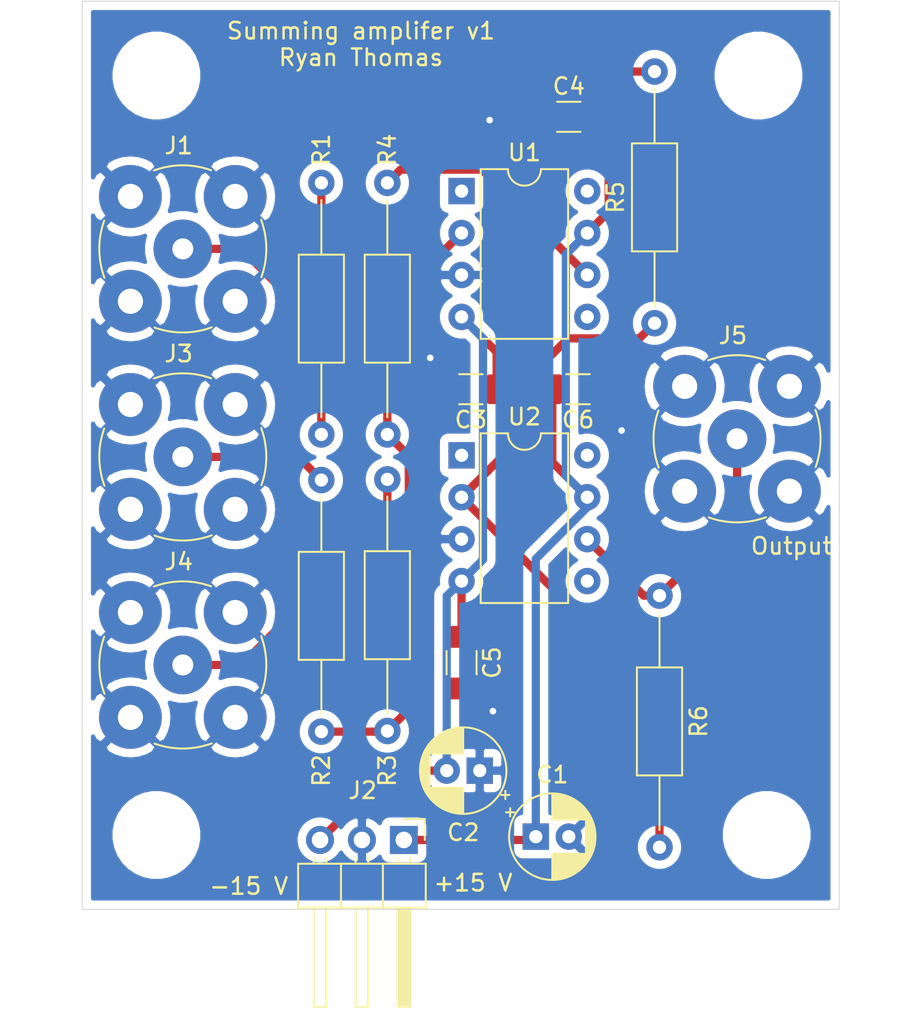
<source format=kicad_pcb>
(kicad_pcb (version 20171130) (host pcbnew 5.1.12-84ad8e8a86~92~ubuntu20.04.1)

  (general
    (thickness 1.6)
    (drawings 8)
    (tracks 70)
    (zones 0)
    (modules 23)
    (nets 17)
  )

  (page A4)
  (layers
    (0 F.Cu signal)
    (31 B.Cu signal)
    (32 B.Adhes user)
    (33 F.Adhes user)
    (34 B.Paste user)
    (35 F.Paste user)
    (36 B.SilkS user)
    (37 F.SilkS user)
    (38 B.Mask user)
    (39 F.Mask user)
    (40 Dwgs.User user)
    (41 Cmts.User user)
    (42 Eco1.User user)
    (43 Eco2.User user)
    (44 Edge.Cuts user)
    (45 Margin user)
    (46 B.CrtYd user)
    (47 F.CrtYd user)
    (48 B.Fab user)
    (49 F.Fab user)
  )

  (setup
    (last_trace_width 0.5)
    (trace_clearance 0.25)
    (zone_clearance 0.508)
    (zone_45_only no)
    (trace_min 0.2)
    (via_size 0.8)
    (via_drill 0.4)
    (via_min_size 0.4)
    (via_min_drill 0.3)
    (uvia_size 0.3)
    (uvia_drill 0.1)
    (uvias_allowed no)
    (uvia_min_size 0.2)
    (uvia_min_drill 0.1)
    (edge_width 0.05)
    (segment_width 0.2)
    (pcb_text_width 0.3)
    (pcb_text_size 1.5 1.5)
    (mod_edge_width 0.12)
    (mod_text_size 1 1)
    (mod_text_width 0.15)
    (pad_size 1.524 1.524)
    (pad_drill 0.762)
    (pad_to_mask_clearance 0)
    (aux_axis_origin 0 0)
    (visible_elements FFFFFF7F)
    (pcbplotparams
      (layerselection 0x010fc_ffffffff)
      (usegerberextensions false)
      (usegerberattributes true)
      (usegerberadvancedattributes true)
      (creategerberjobfile true)
      (excludeedgelayer true)
      (linewidth 0.100000)
      (plotframeref false)
      (viasonmask false)
      (mode 1)
      (useauxorigin false)
      (hpglpennumber 1)
      (hpglpenspeed 20)
      (hpglpendiameter 15.000000)
      (psnegative false)
      (psa4output false)
      (plotreference true)
      (plotvalue true)
      (plotinvisibletext false)
      (padsonsilk false)
      (subtractmaskfromsilk false)
      (outputformat 1)
      (mirror false)
      (drillshape 1)
      (scaleselection 1)
      (outputdirectory ""))
  )

  (net 0 "")
  (net 1 /VDD)
  (net 2 GND)
  (net 3 /VSS)
  (net 4 "Net-(J1-Pad1)")
  (net 5 "Net-(J3-Pad1)")
  (net 6 "Net-(J4-Pad1)")
  (net 7 "Net-(J5-Pad1)")
  (net 8 "Net-(R1-Pad1)")
  (net 9 "Net-(R4-Pad1)")
  (net 10 "Net-(R5-Pad1)")
  (net 11 "Net-(U1-Pad8)")
  (net 12 "Net-(U1-Pad5)")
  (net 13 "Net-(U1-Pad1)")
  (net 14 "Net-(U2-Pad1)")
  (net 15 "Net-(U2-Pad5)")
  (net 16 "Net-(U2-Pad8)")

  (net_class Default "This is the default net class."
    (clearance 0.25)
    (trace_width 0.5)
    (via_dia 0.8)
    (via_drill 0.4)
    (uvia_dia 0.3)
    (uvia_drill 0.1)
    (add_net /VDD)
    (add_net /VSS)
    (add_net GND)
    (add_net "Net-(J1-Pad1)")
    (add_net "Net-(J3-Pad1)")
    (add_net "Net-(J4-Pad1)")
    (add_net "Net-(J5-Pad1)")
    (add_net "Net-(R1-Pad1)")
    (add_net "Net-(R4-Pad1)")
    (add_net "Net-(R5-Pad1)")
    (add_net "Net-(U1-Pad1)")
    (add_net "Net-(U1-Pad5)")
    (add_net "Net-(U1-Pad8)")
    (add_net "Net-(U2-Pad1)")
    (add_net "Net-(U2-Pad5)")
    (add_net "Net-(U2-Pad8)")
  )

  (module MountingHole:MountingHole_4.3mm_M4 (layer F.Cu) (tedit 56D1B4CB) (tstamp 63359B93)
    (at 73.5 84.5)
    (descr "Mounting Hole 4.3mm, no annular, M4")
    (tags "mounting hole 4.3mm no annular m4")
    (attr virtual)
    (fp_text reference REF** (at 0 -5.3) (layer F.SilkS) hide
      (effects (font (size 1 1) (thickness 0.15)))
    )
    (fp_text value MountingHole_4.3mm_M4 (at 0 5.3) (layer F.Fab)
      (effects (font (size 1 1) (thickness 0.15)))
    )
    (fp_circle (center 0 0) (end 4.3 0) (layer Cmts.User) (width 0.15))
    (fp_circle (center 0 0) (end 4.55 0) (layer F.CrtYd) (width 0.05))
    (fp_text user %R (at 0.3 0) (layer F.Fab)
      (effects (font (size 1 1) (thickness 0.15)))
    )
    (pad 1 np_thru_hole circle (at 0 0) (size 4.3 4.3) (drill 4.3) (layers *.Cu *.Mask))
  )

  (module MountingHole:MountingHole_4.3mm_M4 (layer F.Cu) (tedit 56D1B4CB) (tstamp 63335763)
    (at 37 84.5)
    (descr "Mounting Hole 4.3mm, no annular, M4")
    (tags "mounting hole 4.3mm no annular m4")
    (attr virtual)
    (fp_text reference REF** (at 0 -5.3) (layer F.SilkS) hide
      (effects (font (size 1 1) (thickness 0.15)))
    )
    (fp_text value MountingHole_4.3mm_M4 (at 0 5.3) (layer F.Fab)
      (effects (font (size 1 1) (thickness 0.15)))
    )
    (fp_circle (center 0 0) (end 4.55 0) (layer F.CrtYd) (width 0.05))
    (fp_circle (center 0 0) (end 4.3 0) (layer Cmts.User) (width 0.15))
    (fp_text user %R (at 0.3 0) (layer F.Fab)
      (effects (font (size 1 1) (thickness 0.15)))
    )
    (pad 1 np_thru_hole circle (at 0 0) (size 4.3 4.3) (drill 4.3) (layers *.Cu *.Mask))
  )

  (module MountingHole:MountingHole_4.3mm_M4 (layer F.Cu) (tedit 56D1B4CB) (tstamp 633353D5)
    (at 74 130.5)
    (descr "Mounting Hole 4.3mm, no annular, M4")
    (tags "mounting hole 4.3mm no annular m4")
    (attr virtual)
    (fp_text reference REF** (at 0 -5.5) (layer F.SilkS) hide
      (effects (font (size 1 1) (thickness 0.15)))
    )
    (fp_text value MountingHole_4.3mm_M4 (at 0 5.3) (layer F.Fab)
      (effects (font (size 1 1) (thickness 0.15)))
    )
    (fp_circle (center 0 0) (end 4.55 0) (layer F.CrtYd) (width 0.05))
    (fp_circle (center 0 0) (end 4.3 0) (layer Cmts.User) (width 0.15))
    (fp_text user %R (at 0.3 0) (layer F.Fab)
      (effects (font (size 1 1) (thickness 0.15)))
    )
    (pad 1 np_thru_hole circle (at 0 0) (size 4.3 4.3) (drill 4.3) (layers *.Cu *.Mask))
  )

  (module MountingHole:MountingHole_4.3mm_M4 (layer F.Cu) (tedit 56D1B4CB) (tstamp 633352C7)
    (at 37 130.5)
    (descr "Mounting Hole 4.3mm, no annular, M4")
    (tags "mounting hole 4.3mm no annular m4")
    (attr virtual)
    (fp_text reference REF** (at 0 -5.3) (layer F.SilkS) hide
      (effects (font (size 1 1) (thickness 0.15)))
    )
    (fp_text value MountingHole_4.3mm_M4 (at 0 5.3) (layer F.Fab)
      (effects (font (size 1 1) (thickness 0.15)))
    )
    (fp_circle (center 0 0) (end 4.55 0) (layer F.CrtYd) (width 0.05))
    (fp_circle (center 0 0) (end 4.3 0) (layer Cmts.User) (width 0.15))
    (fp_text user %R (at 0.3 0) (layer F.Fab)
      (effects (font (size 1 1) (thickness 0.15)))
    )
    (pad 1 np_thru_hole circle (at 0 0) (size 4.3 4.3) (drill 4.3) (layers *.Cu *.Mask))
  )

  (module Capacitor_SMD:C_1206_3216Metric_Pad1.33x1.80mm_HandSolder (layer F.Cu) (tedit 5F68FEEF) (tstamp 63334638)
    (at 55.5 120.0625 270)
    (descr "Capacitor SMD 1206 (3216 Metric), square (rectangular) end terminal, IPC_7351 nominal with elongated pad for handsoldering. (Body size source: IPC-SM-782 page 76, https://www.pcb-3d.com/wordpress/wp-content/uploads/ipc-sm-782a_amendment_1_and_2.pdf), generated with kicad-footprint-generator")
    (tags "capacitor handsolder")
    (path /63351B07)
    (attr smd)
    (fp_text reference C5 (at 0 -1.85 90) (layer F.SilkS)
      (effects (font (size 1 1) (thickness 0.15)))
    )
    (fp_text value 100n (at 0 1.85 90) (layer F.Fab)
      (effects (font (size 1 1) (thickness 0.15)))
    )
    (fp_line (start 2.48 1.15) (end -2.48 1.15) (layer F.CrtYd) (width 0.05))
    (fp_line (start 2.48 -1.15) (end 2.48 1.15) (layer F.CrtYd) (width 0.05))
    (fp_line (start -2.48 -1.15) (end 2.48 -1.15) (layer F.CrtYd) (width 0.05))
    (fp_line (start -2.48 1.15) (end -2.48 -1.15) (layer F.CrtYd) (width 0.05))
    (fp_line (start -0.711252 0.91) (end 0.711252 0.91) (layer F.SilkS) (width 0.12))
    (fp_line (start -0.711252 -0.91) (end 0.711252 -0.91) (layer F.SilkS) (width 0.12))
    (fp_line (start 1.6 0.8) (end -1.6 0.8) (layer F.Fab) (width 0.1))
    (fp_line (start 1.6 -0.8) (end 1.6 0.8) (layer F.Fab) (width 0.1))
    (fp_line (start -1.6 -0.8) (end 1.6 -0.8) (layer F.Fab) (width 0.1))
    (fp_line (start -1.6 0.8) (end -1.6 -0.8) (layer F.Fab) (width 0.1))
    (fp_text user %R (at 0 0 90) (layer F.Fab)
      (effects (font (size 0.8 0.8) (thickness 0.12)))
    )
    (pad 2 smd roundrect (at 1.5625 0 270) (size 1.325 1.8) (layers F.Cu F.Paste F.Mask) (roundrect_rratio 0.188679)
      (net 2 GND))
    (pad 1 smd roundrect (at -1.5625 0 270) (size 1.325 1.8) (layers F.Cu F.Paste F.Mask) (roundrect_rratio 0.188679)
      (net 3 /VSS))
    (model ${KISYS3DMOD}/Capacitor_SMD.3dshapes/C_1206_3216Metric.wrl
      (at (xyz 0 0 0))
      (scale (xyz 1 1 1))
      (rotate (xyz 0 0 0))
    )
  )

  (module Capacitor_SMD:C_1206_3216Metric_Pad1.33x1.80mm_HandSolder (layer F.Cu) (tedit 5F68FEEF) (tstamp 63334B7A)
    (at 56.0625 103.5 180)
    (descr "Capacitor SMD 1206 (3216 Metric), square (rectangular) end terminal, IPC_7351 nominal with elongated pad for handsoldering. (Body size source: IPC-SM-782 page 76, https://www.pcb-3d.com/wordpress/wp-content/uploads/ipc-sm-782a_amendment_1_and_2.pdf), generated with kicad-footprint-generator")
    (tags "capacitor handsolder")
    (path /63348913)
    (attr smd)
    (fp_text reference C3 (at 0 -1.85) (layer F.SilkS)
      (effects (font (size 1 1) (thickness 0.15)))
    )
    (fp_text value 100n (at 0 1.85) (layer F.Fab)
      (effects (font (size 1 1) (thickness 0.15)))
    )
    (fp_line (start -1.6 0.8) (end -1.6 -0.8) (layer F.Fab) (width 0.1))
    (fp_line (start -1.6 -0.8) (end 1.6 -0.8) (layer F.Fab) (width 0.1))
    (fp_line (start 1.6 -0.8) (end 1.6 0.8) (layer F.Fab) (width 0.1))
    (fp_line (start 1.6 0.8) (end -1.6 0.8) (layer F.Fab) (width 0.1))
    (fp_line (start -0.711252 -0.91) (end 0.711252 -0.91) (layer F.SilkS) (width 0.12))
    (fp_line (start -0.711252 0.91) (end 0.711252 0.91) (layer F.SilkS) (width 0.12))
    (fp_line (start -2.48 1.15) (end -2.48 -1.15) (layer F.CrtYd) (width 0.05))
    (fp_line (start -2.48 -1.15) (end 2.48 -1.15) (layer F.CrtYd) (width 0.05))
    (fp_line (start 2.48 -1.15) (end 2.48 1.15) (layer F.CrtYd) (width 0.05))
    (fp_line (start 2.48 1.15) (end -2.48 1.15) (layer F.CrtYd) (width 0.05))
    (fp_text user %R (at 0 0) (layer F.Fab)
      (effects (font (size 0.8 0.8) (thickness 0.12)))
    )
    (pad 1 smd roundrect (at -1.5625 0 180) (size 1.325 1.8) (layers F.Cu F.Paste F.Mask) (roundrect_rratio 0.188679)
      (net 3 /VSS))
    (pad 2 smd roundrect (at 1.5625 0 180) (size 1.325 1.8) (layers F.Cu F.Paste F.Mask) (roundrect_rratio 0.188679)
      (net 2 GND))
    (model ${KISYS3DMOD}/Capacitor_SMD.3dshapes/C_1206_3216Metric.wrl
      (at (xyz 0 0 0))
      (scale (xyz 1 1 1))
      (rotate (xyz 0 0 0))
    )
  )

  (module Connector_Coaxial:BNC_TEConnectivity_1478204_Vertical (layer F.Cu) (tedit 5A1DBFC1) (tstamp 6335A9A9)
    (at 38.6 95)
    (descr "BNC female PCB mount 4 pin straight chassis connector http://www.te.com/usa-en/product-1-1478204-0.html")
    (tags "BNC female PCB mount 4 pin straight chassis connector ")
    (path /633309BA)
    (fp_text reference J1 (at -0.25 -6.25) (layer F.SilkS)
      (effects (font (size 1 1) (thickness 0.15)))
    )
    (fp_text value Conn_Coaxial (at 0 6.5) (layer F.Fab)
      (effects (font (size 1 1) (thickness 0.15)))
    )
    (fp_circle (center 0 0) (end 4.8 0) (layer F.Fab) (width 0.1))
    (fp_line (start -5.5 -5.5) (end 5.5 -5.5) (layer F.CrtYd) (width 0.05))
    (fp_line (start -5.5 5.5) (end -5.5 -5.5) (layer F.CrtYd) (width 0.05))
    (fp_line (start 5.5 5.5) (end -5.5 5.5) (layer F.CrtYd) (width 0.05))
    (fp_line (start 5.5 -5.5) (end 5.5 5.5) (layer F.CrtYd) (width 0.05))
    (fp_arc (start 0 0) (end -1.75 -4.75) (angle 40) (layer F.SilkS) (width 0.12))
    (fp_arc (start 0 0) (end 4.75 -1.75) (angle 40) (layer F.SilkS) (width 0.12))
    (fp_arc (start 0 0) (end 1.75 4.75) (angle 40) (layer F.SilkS) (width 0.12))
    (fp_arc (start 0 0) (end -4.75 1.75) (angle 40) (layer F.SilkS) (width 0.12))
    (fp_text user %R (at 0 0) (layer F.Fab)
      (effects (font (size 1 1) (thickness 0.15)))
    )
    (pad 2 thru_hole circle (at 3.175 3.175) (size 3.81 3.81) (drill 1.524) (layers *.Cu *.Mask)
      (net 2 GND))
    (pad 2 thru_hole circle (at -3.175 3.175) (size 3.81 3.81) (drill 1.524) (layers *.Cu *.Mask)
      (net 2 GND))
    (pad 2 thru_hole circle (at 3.175 -3.175) (size 3.81 3.81) (drill 1.524) (layers *.Cu *.Mask)
      (net 2 GND))
    (pad 1 thru_hole circle (at 0 0) (size 3.556 3.556) (drill 1.27) (layers *.Cu *.Mask)
      (net 4 "Net-(J1-Pad1)"))
    (pad 2 thru_hole circle (at -3.175 -3.175) (size 3.81 3.81) (drill 1.524) (layers *.Cu *.Mask)
      (net 2 GND))
    (model ${KISYS3DMOD}/Connector_Coaxial.3dshapes/BNC_TEConnectivity_1478204_Vertical.wrl
      (at (xyz 0 0 0))
      (scale (xyz 1 1 1))
      (rotate (xyz 0 0 0))
    )
  )

  (module Connector_PinHeader_2.54mm:PinHeader_1x03_P2.54mm_Horizontal (layer F.Cu) (tedit 59FED5CB) (tstamp 63359096)
    (at 52 130.8 270)
    (descr "Through hole angled pin header, 1x03, 2.54mm pitch, 6mm pin length, single row")
    (tags "Through hole angled pin header THT 1x03 2.54mm single row")
    (path /6335E410)
    (fp_text reference J2 (at -3 2.5 180) (layer F.SilkS)
      (effects (font (size 1 1) (thickness 0.15)))
    )
    (fp_text value Conn_01x03_Male (at 4.385 7.35 90) (layer F.Fab)
      (effects (font (size 1 1) (thickness 0.15)))
    )
    (fp_line (start 2.135 -1.27) (end 4.04 -1.27) (layer F.Fab) (width 0.1))
    (fp_line (start 4.04 -1.27) (end 4.04 6.35) (layer F.Fab) (width 0.1))
    (fp_line (start 4.04 6.35) (end 1.5 6.35) (layer F.Fab) (width 0.1))
    (fp_line (start 1.5 6.35) (end 1.5 -0.635) (layer F.Fab) (width 0.1))
    (fp_line (start 1.5 -0.635) (end 2.135 -1.27) (layer F.Fab) (width 0.1))
    (fp_line (start -0.32 -0.32) (end 1.5 -0.32) (layer F.Fab) (width 0.1))
    (fp_line (start -0.32 -0.32) (end -0.32 0.32) (layer F.Fab) (width 0.1))
    (fp_line (start -0.32 0.32) (end 1.5 0.32) (layer F.Fab) (width 0.1))
    (fp_line (start 4.04 -0.32) (end 10.04 -0.32) (layer F.Fab) (width 0.1))
    (fp_line (start 10.04 -0.32) (end 10.04 0.32) (layer F.Fab) (width 0.1))
    (fp_line (start 4.04 0.32) (end 10.04 0.32) (layer F.Fab) (width 0.1))
    (fp_line (start -0.32 2.22) (end 1.5 2.22) (layer F.Fab) (width 0.1))
    (fp_line (start -0.32 2.22) (end -0.32 2.86) (layer F.Fab) (width 0.1))
    (fp_line (start -0.32 2.86) (end 1.5 2.86) (layer F.Fab) (width 0.1))
    (fp_line (start 4.04 2.22) (end 10.04 2.22) (layer F.Fab) (width 0.1))
    (fp_line (start 10.04 2.22) (end 10.04 2.86) (layer F.Fab) (width 0.1))
    (fp_line (start 4.04 2.86) (end 10.04 2.86) (layer F.Fab) (width 0.1))
    (fp_line (start -0.32 4.76) (end 1.5 4.76) (layer F.Fab) (width 0.1))
    (fp_line (start -0.32 4.76) (end -0.32 5.4) (layer F.Fab) (width 0.1))
    (fp_line (start -0.32 5.4) (end 1.5 5.4) (layer F.Fab) (width 0.1))
    (fp_line (start 4.04 4.76) (end 10.04 4.76) (layer F.Fab) (width 0.1))
    (fp_line (start 10.04 4.76) (end 10.04 5.4) (layer F.Fab) (width 0.1))
    (fp_line (start 4.04 5.4) (end 10.04 5.4) (layer F.Fab) (width 0.1))
    (fp_line (start 1.44 -1.33) (end 1.44 6.41) (layer F.SilkS) (width 0.12))
    (fp_line (start 1.44 6.41) (end 4.1 6.41) (layer F.SilkS) (width 0.12))
    (fp_line (start 4.1 6.41) (end 4.1 -1.33) (layer F.SilkS) (width 0.12))
    (fp_line (start 4.1 -1.33) (end 1.44 -1.33) (layer F.SilkS) (width 0.12))
    (fp_line (start 4.1 -0.38) (end 10.1 -0.38) (layer F.SilkS) (width 0.12))
    (fp_line (start 10.1 -0.38) (end 10.1 0.38) (layer F.SilkS) (width 0.12))
    (fp_line (start 10.1 0.38) (end 4.1 0.38) (layer F.SilkS) (width 0.12))
    (fp_line (start 4.1 -0.32) (end 10.1 -0.32) (layer F.SilkS) (width 0.12))
    (fp_line (start 4.1 -0.2) (end 10.1 -0.2) (layer F.SilkS) (width 0.12))
    (fp_line (start 4.1 -0.08) (end 10.1 -0.08) (layer F.SilkS) (width 0.12))
    (fp_line (start 4.1 0.04) (end 10.1 0.04) (layer F.SilkS) (width 0.12))
    (fp_line (start 4.1 0.16) (end 10.1 0.16) (layer F.SilkS) (width 0.12))
    (fp_line (start 4.1 0.28) (end 10.1 0.28) (layer F.SilkS) (width 0.12))
    (fp_line (start 1.11 -0.38) (end 1.44 -0.38) (layer F.SilkS) (width 0.12))
    (fp_line (start 1.11 0.38) (end 1.44 0.38) (layer F.SilkS) (width 0.12))
    (fp_line (start 1.44 1.27) (end 4.1 1.27) (layer F.SilkS) (width 0.12))
    (fp_line (start 4.1 2.16) (end 10.1 2.16) (layer F.SilkS) (width 0.12))
    (fp_line (start 10.1 2.16) (end 10.1 2.92) (layer F.SilkS) (width 0.12))
    (fp_line (start 10.1 2.92) (end 4.1 2.92) (layer F.SilkS) (width 0.12))
    (fp_line (start 1.042929 2.16) (end 1.44 2.16) (layer F.SilkS) (width 0.12))
    (fp_line (start 1.042929 2.92) (end 1.44 2.92) (layer F.SilkS) (width 0.12))
    (fp_line (start 1.44 3.81) (end 4.1 3.81) (layer F.SilkS) (width 0.12))
    (fp_line (start 4.1 4.7) (end 10.1 4.7) (layer F.SilkS) (width 0.12))
    (fp_line (start 10.1 4.7) (end 10.1 5.46) (layer F.SilkS) (width 0.12))
    (fp_line (start 10.1 5.46) (end 4.1 5.46) (layer F.SilkS) (width 0.12))
    (fp_line (start 1.042929 4.7) (end 1.44 4.7) (layer F.SilkS) (width 0.12))
    (fp_line (start 1.042929 5.46) (end 1.44 5.46) (layer F.SilkS) (width 0.12))
    (fp_line (start -1.27 0) (end -1.27 -1.27) (layer F.SilkS) (width 0.12))
    (fp_line (start -1.27 -1.27) (end 0 -1.27) (layer F.SilkS) (width 0.12))
    (fp_line (start -1.8 -1.8) (end -1.8 6.85) (layer F.CrtYd) (width 0.05))
    (fp_line (start -1.8 6.85) (end 10.55 6.85) (layer F.CrtYd) (width 0.05))
    (fp_line (start 10.55 6.85) (end 10.55 -1.8) (layer F.CrtYd) (width 0.05))
    (fp_line (start 10.55 -1.8) (end -1.8 -1.8) (layer F.CrtYd) (width 0.05))
    (fp_text user %R (at 2.77 2.54) (layer F.Fab)
      (effects (font (size 1 1) (thickness 0.15)))
    )
    (pad 1 thru_hole rect (at 0 0 270) (size 1.7 1.7) (drill 1) (layers *.Cu *.Mask)
      (net 1 /VDD))
    (pad 2 thru_hole oval (at 0 2.54 270) (size 1.7 1.7) (drill 1) (layers *.Cu *.Mask)
      (net 2 GND))
    (pad 3 thru_hole oval (at 0 5.08 270) (size 1.7 1.7) (drill 1) (layers *.Cu *.Mask)
      (net 3 /VSS))
    (model ${KISYS3DMOD}/Connector_PinHeader_2.54mm.3dshapes/PinHeader_1x03_P2.54mm_Horizontal.wrl
      (at (xyz 0 0 0))
      (scale (xyz 1 1 1))
      (rotate (xyz 0 0 0))
    )
  )

  (module Connector_Coaxial:BNC_TEConnectivity_1478204_Vertical (layer F.Cu) (tedit 5A1DBFC1) (tstamp 633322C1)
    (at 38.6 107.6)
    (descr "BNC female PCB mount 4 pin straight chassis connector http://www.te.com/usa-en/product-1-1478204-0.html")
    (tags "BNC female PCB mount 4 pin straight chassis connector ")
    (path /633317D8)
    (fp_text reference J3 (at -0.25 -6.25) (layer F.SilkS)
      (effects (font (size 1 1) (thickness 0.15)))
    )
    (fp_text value Conn_Coaxial (at 0 6.5) (layer F.Fab)
      (effects (font (size 1 1) (thickness 0.15)))
    )
    (fp_line (start 5.5 -5.5) (end 5.5 5.5) (layer F.CrtYd) (width 0.05))
    (fp_line (start 5.5 5.5) (end -5.5 5.5) (layer F.CrtYd) (width 0.05))
    (fp_line (start -5.5 5.5) (end -5.5 -5.5) (layer F.CrtYd) (width 0.05))
    (fp_line (start -5.5 -5.5) (end 5.5 -5.5) (layer F.CrtYd) (width 0.05))
    (fp_circle (center 0 0) (end 4.8 0) (layer F.Fab) (width 0.1))
    (fp_text user %R (at 0 0) (layer F.Fab)
      (effects (font (size 1 1) (thickness 0.15)))
    )
    (fp_arc (start 0 0) (end -4.75 1.75) (angle 40) (layer F.SilkS) (width 0.12))
    (fp_arc (start 0 0) (end 1.75 4.75) (angle 40) (layer F.SilkS) (width 0.12))
    (fp_arc (start 0 0) (end 4.75 -1.75) (angle 40) (layer F.SilkS) (width 0.12))
    (fp_arc (start 0 0) (end -1.75 -4.75) (angle 40) (layer F.SilkS) (width 0.12))
    (pad 2 thru_hole circle (at -3.175 -3.175) (size 3.81 3.81) (drill 1.524) (layers *.Cu *.Mask)
      (net 2 GND))
    (pad 1 thru_hole circle (at 0 0) (size 3.556 3.556) (drill 1.27) (layers *.Cu *.Mask)
      (net 5 "Net-(J3-Pad1)"))
    (pad 2 thru_hole circle (at 3.175 -3.175) (size 3.81 3.81) (drill 1.524) (layers *.Cu *.Mask)
      (net 2 GND))
    (pad 2 thru_hole circle (at -3.175 3.175) (size 3.81 3.81) (drill 1.524) (layers *.Cu *.Mask)
      (net 2 GND))
    (pad 2 thru_hole circle (at 3.175 3.175) (size 3.81 3.81) (drill 1.524) (layers *.Cu *.Mask)
      (net 2 GND))
    (model ${KISYS3DMOD}/Connector_Coaxial.3dshapes/BNC_TEConnectivity_1478204_Vertical.wrl
      (at (xyz 0 0 0))
      (scale (xyz 1 1 1))
      (rotate (xyz 0 0 0))
    )
  )

  (module Connector_Coaxial:BNC_TEConnectivity_1478204_Vertical (layer F.Cu) (tedit 5A1DBFC1) (tstamp 633322D4)
    (at 38.6 120.2)
    (descr "BNC female PCB mount 4 pin straight chassis connector http://www.te.com/usa-en/product-1-1478204-0.html")
    (tags "BNC female PCB mount 4 pin straight chassis connector ")
    (path /63331E94)
    (fp_text reference J4 (at -0.25 -6.25) (layer F.SilkS)
      (effects (font (size 1 1) (thickness 0.15)))
    )
    (fp_text value Conn_Coaxial (at 0 6.5) (layer F.Fab)
      (effects (font (size 1 1) (thickness 0.15)))
    )
    (fp_circle (center 0 0) (end 4.8 0) (layer F.Fab) (width 0.1))
    (fp_line (start -5.5 -5.5) (end 5.5 -5.5) (layer F.CrtYd) (width 0.05))
    (fp_line (start -5.5 5.5) (end -5.5 -5.5) (layer F.CrtYd) (width 0.05))
    (fp_line (start 5.5 5.5) (end -5.5 5.5) (layer F.CrtYd) (width 0.05))
    (fp_line (start 5.5 -5.5) (end 5.5 5.5) (layer F.CrtYd) (width 0.05))
    (fp_arc (start 0 0) (end -1.75 -4.75) (angle 40) (layer F.SilkS) (width 0.12))
    (fp_arc (start 0 0) (end 4.75 -1.75) (angle 40) (layer F.SilkS) (width 0.12))
    (fp_arc (start 0 0) (end 1.75 4.75) (angle 40) (layer F.SilkS) (width 0.12))
    (fp_arc (start 0 0) (end -4.75 1.75) (angle 40) (layer F.SilkS) (width 0.12))
    (fp_text user %R (at 0 0) (layer F.Fab)
      (effects (font (size 1 1) (thickness 0.15)))
    )
    (pad 2 thru_hole circle (at 3.175 3.175) (size 3.81 3.81) (drill 1.524) (layers *.Cu *.Mask)
      (net 2 GND))
    (pad 2 thru_hole circle (at -3.175 3.175) (size 3.81 3.81) (drill 1.524) (layers *.Cu *.Mask)
      (net 2 GND))
    (pad 2 thru_hole circle (at 3.175 -3.175) (size 3.81 3.81) (drill 1.524) (layers *.Cu *.Mask)
      (net 2 GND))
    (pad 1 thru_hole circle (at 0 0) (size 3.556 3.556) (drill 1.27) (layers *.Cu *.Mask)
      (net 6 "Net-(J4-Pad1)"))
    (pad 2 thru_hole circle (at -3.175 -3.175) (size 3.81 3.81) (drill 1.524) (layers *.Cu *.Mask)
      (net 2 GND))
    (model ${KISYS3DMOD}/Connector_Coaxial.3dshapes/BNC_TEConnectivity_1478204_Vertical.wrl
      (at (xyz 0 0 0))
      (scale (xyz 1 1 1))
      (rotate (xyz 0 0 0))
    )
  )

  (module Connector_Coaxial:BNC_TEConnectivity_1478204_Vertical (layer F.Cu) (tedit 5A1DBFC1) (tstamp 633322E7)
    (at 72.2 106.5)
    (descr "BNC female PCB mount 4 pin straight chassis connector http://www.te.com/usa-en/product-1-1478204-0.html")
    (tags "BNC female PCB mount 4 pin straight chassis connector ")
    (path /6333DE30)
    (fp_text reference J5 (at -0.25 -6.25) (layer F.SilkS)
      (effects (font (size 1 1) (thickness 0.15)))
    )
    (fp_text value Conn_Coaxial (at 0 6.5) (layer F.Fab)
      (effects (font (size 1 1) (thickness 0.15)))
    )
    (fp_line (start 5.5 -5.5) (end 5.5 5.5) (layer F.CrtYd) (width 0.05))
    (fp_line (start 5.5 5.5) (end -5.5 5.5) (layer F.CrtYd) (width 0.05))
    (fp_line (start -5.5 5.5) (end -5.5 -5.5) (layer F.CrtYd) (width 0.05))
    (fp_line (start -5.5 -5.5) (end 5.5 -5.5) (layer F.CrtYd) (width 0.05))
    (fp_circle (center 0 0) (end 4.8 0) (layer F.Fab) (width 0.1))
    (fp_text user %R (at 0 0) (layer F.Fab)
      (effects (font (size 1 1) (thickness 0.15)))
    )
    (fp_arc (start 0 0) (end -4.75 1.75) (angle 40) (layer F.SilkS) (width 0.12))
    (fp_arc (start 0 0) (end 1.75 4.75) (angle 40) (layer F.SilkS) (width 0.12))
    (fp_arc (start 0 0) (end 4.75 -1.75) (angle 40) (layer F.SilkS) (width 0.12))
    (fp_arc (start 0 0) (end -1.75 -4.75) (angle 40) (layer F.SilkS) (width 0.12))
    (pad 2 thru_hole circle (at -3.175 -3.175) (size 3.81 3.81) (drill 1.524) (layers *.Cu *.Mask)
      (net 2 GND))
    (pad 1 thru_hole circle (at 0 0) (size 3.556 3.556) (drill 1.27) (layers *.Cu *.Mask)
      (net 7 "Net-(J5-Pad1)"))
    (pad 2 thru_hole circle (at 3.175 -3.175) (size 3.81 3.81) (drill 1.524) (layers *.Cu *.Mask)
      (net 2 GND))
    (pad 2 thru_hole circle (at -3.175 3.175) (size 3.81 3.81) (drill 1.524) (layers *.Cu *.Mask)
      (net 2 GND))
    (pad 2 thru_hole circle (at 3.175 3.175) (size 3.81 3.81) (drill 1.524) (layers *.Cu *.Mask)
      (net 2 GND))
    (model ${KISYS3DMOD}/Connector_Coaxial.3dshapes/BNC_TEConnectivity_1478204_Vertical.wrl
      (at (xyz 0 0 0))
      (scale (xyz 1 1 1))
      (rotate (xyz 0 0 0))
    )
  )

  (module Package_DIP:DIP-8_W7.62mm (layer F.Cu) (tedit 5A02E8C5) (tstamp 63332F44)
    (at 55.5 91.5)
    (descr "8-lead though-hole mounted DIP package, row spacing 7.62 mm (300 mils)")
    (tags "THT DIP DIL PDIP 2.54mm 7.62mm 300mil")
    (path /63343627)
    (fp_text reference U1 (at 3.81 -2.33) (layer F.SilkS)
      (effects (font (size 1 1) (thickness 0.15)))
    )
    (fp_text value LM318N (at 3.81 9.95) (layer F.Fab)
      (effects (font (size 1 1) (thickness 0.15)))
    )
    (fp_line (start 8.7 -1.55) (end -1.1 -1.55) (layer F.CrtYd) (width 0.05))
    (fp_line (start 8.7 9.15) (end 8.7 -1.55) (layer F.CrtYd) (width 0.05))
    (fp_line (start -1.1 9.15) (end 8.7 9.15) (layer F.CrtYd) (width 0.05))
    (fp_line (start -1.1 -1.55) (end -1.1 9.15) (layer F.CrtYd) (width 0.05))
    (fp_line (start 6.46 -1.33) (end 4.81 -1.33) (layer F.SilkS) (width 0.12))
    (fp_line (start 6.46 8.95) (end 6.46 -1.33) (layer F.SilkS) (width 0.12))
    (fp_line (start 1.16 8.95) (end 6.46 8.95) (layer F.SilkS) (width 0.12))
    (fp_line (start 1.16 -1.33) (end 1.16 8.95) (layer F.SilkS) (width 0.12))
    (fp_line (start 2.81 -1.33) (end 1.16 -1.33) (layer F.SilkS) (width 0.12))
    (fp_line (start 0.635 -0.27) (end 1.635 -1.27) (layer F.Fab) (width 0.1))
    (fp_line (start 0.635 8.89) (end 0.635 -0.27) (layer F.Fab) (width 0.1))
    (fp_line (start 6.985 8.89) (end 0.635 8.89) (layer F.Fab) (width 0.1))
    (fp_line (start 6.985 -1.27) (end 6.985 8.89) (layer F.Fab) (width 0.1))
    (fp_line (start 1.635 -1.27) (end 6.985 -1.27) (layer F.Fab) (width 0.1))
    (fp_text user %R (at 3.81 3.81) (layer F.Fab)
      (effects (font (size 1 1) (thickness 0.15)))
    )
    (fp_arc (start 3.81 -1.33) (end 2.81 -1.33) (angle -180) (layer F.SilkS) (width 0.12))
    (pad 8 thru_hole oval (at 7.62 0) (size 1.6 1.6) (drill 0.8) (layers *.Cu *.Mask)
      (net 11 "Net-(U1-Pad8)"))
    (pad 4 thru_hole oval (at 0 7.62) (size 1.6 1.6) (drill 0.8) (layers *.Cu *.Mask)
      (net 3 /VSS))
    (pad 7 thru_hole oval (at 7.62 2.54) (size 1.6 1.6) (drill 0.8) (layers *.Cu *.Mask)
      (net 1 /VDD))
    (pad 3 thru_hole oval (at 0 5.08) (size 1.6 1.6) (drill 0.8) (layers *.Cu *.Mask)
      (net 2 GND))
    (pad 6 thru_hole oval (at 7.62 5.08) (size 1.6 1.6) (drill 0.8) (layers *.Cu *.Mask)
      (net 9 "Net-(R4-Pad1)"))
    (pad 2 thru_hole oval (at 0 2.54) (size 1.6 1.6) (drill 0.8) (layers *.Cu *.Mask)
      (net 8 "Net-(R1-Pad1)"))
    (pad 5 thru_hole oval (at 7.62 7.62) (size 1.6 1.6) (drill 0.8) (layers *.Cu *.Mask)
      (net 12 "Net-(U1-Pad5)"))
    (pad 1 thru_hole rect (at 0 0) (size 1.6 1.6) (drill 0.8) (layers *.Cu *.Mask)
      (net 13 "Net-(U1-Pad1)"))
    (model ${KISYS3DMOD}/Package_DIP.3dshapes/DIP-8_W7.62mm.wrl
      (at (xyz 0 0 0))
      (scale (xyz 1 1 1))
      (rotate (xyz 0 0 0))
    )
  )

  (module Package_DIP:DIP-8_W7.62mm (layer F.Cu) (tedit 5A02E8C5) (tstamp 633323A9)
    (at 55.5 107.5)
    (descr "8-lead though-hole mounted DIP package, row spacing 7.62 mm (300 mils)")
    (tags "THT DIP DIL PDIP 2.54mm 7.62mm 300mil")
    (path /63344E76)
    (fp_text reference U2 (at 3.81 -2.33) (layer F.SilkS)
      (effects (font (size 1 1) (thickness 0.15)))
    )
    (fp_text value LM318N (at 3.81 9.95) (layer F.Fab)
      (effects (font (size 1 1) (thickness 0.15)))
    )
    (fp_line (start 1.635 -1.27) (end 6.985 -1.27) (layer F.Fab) (width 0.1))
    (fp_line (start 6.985 -1.27) (end 6.985 8.89) (layer F.Fab) (width 0.1))
    (fp_line (start 6.985 8.89) (end 0.635 8.89) (layer F.Fab) (width 0.1))
    (fp_line (start 0.635 8.89) (end 0.635 -0.27) (layer F.Fab) (width 0.1))
    (fp_line (start 0.635 -0.27) (end 1.635 -1.27) (layer F.Fab) (width 0.1))
    (fp_line (start 2.81 -1.33) (end 1.16 -1.33) (layer F.SilkS) (width 0.12))
    (fp_line (start 1.16 -1.33) (end 1.16 8.95) (layer F.SilkS) (width 0.12))
    (fp_line (start 1.16 8.95) (end 6.46 8.95) (layer F.SilkS) (width 0.12))
    (fp_line (start 6.46 8.95) (end 6.46 -1.33) (layer F.SilkS) (width 0.12))
    (fp_line (start 6.46 -1.33) (end 4.81 -1.33) (layer F.SilkS) (width 0.12))
    (fp_line (start -1.1 -1.55) (end -1.1 9.15) (layer F.CrtYd) (width 0.05))
    (fp_line (start -1.1 9.15) (end 8.7 9.15) (layer F.CrtYd) (width 0.05))
    (fp_line (start 8.7 9.15) (end 8.7 -1.55) (layer F.CrtYd) (width 0.05))
    (fp_line (start 8.7 -1.55) (end -1.1 -1.55) (layer F.CrtYd) (width 0.05))
    (fp_arc (start 3.81 -1.33) (end 2.81 -1.33) (angle -180) (layer F.SilkS) (width 0.12))
    (fp_text user %R (at 3.81 3.81) (layer F.Fab)
      (effects (font (size 1 1) (thickness 0.15)))
    )
    (pad 1 thru_hole rect (at 0 0) (size 1.6 1.6) (drill 0.8) (layers *.Cu *.Mask)
      (net 14 "Net-(U2-Pad1)"))
    (pad 5 thru_hole oval (at 7.62 7.62) (size 1.6 1.6) (drill 0.8) (layers *.Cu *.Mask)
      (net 15 "Net-(U2-Pad5)"))
    (pad 2 thru_hole oval (at 0 2.54) (size 1.6 1.6) (drill 0.8) (layers *.Cu *.Mask)
      (net 10 "Net-(R5-Pad1)"))
    (pad 6 thru_hole oval (at 7.62 5.08) (size 1.6 1.6) (drill 0.8) (layers *.Cu *.Mask)
      (net 7 "Net-(J5-Pad1)"))
    (pad 3 thru_hole oval (at 0 5.08) (size 1.6 1.6) (drill 0.8) (layers *.Cu *.Mask)
      (net 2 GND))
    (pad 7 thru_hole oval (at 7.62 2.54) (size 1.6 1.6) (drill 0.8) (layers *.Cu *.Mask)
      (net 1 /VDD))
    (pad 4 thru_hole oval (at 0 7.62) (size 1.6 1.6) (drill 0.8) (layers *.Cu *.Mask)
      (net 3 /VSS))
    (pad 8 thru_hole oval (at 7.62 0) (size 1.6 1.6) (drill 0.8) (layers *.Cu *.Mask)
      (net 16 "Net-(U2-Pad8)"))
    (model ${KISYS3DMOD}/Package_DIP.3dshapes/DIP-8_W7.62mm.wrl
      (at (xyz 0 0 0))
      (scale (xyz 1 1 1))
      (rotate (xyz 0 0 0))
    )
  )

  (module Capacitor_SMD:C_1206_3216Metric_Pad1.33x1.80mm_HandSolder (layer F.Cu) (tedit 5F68FEEF) (tstamp 6333413B)
    (at 62 87)
    (descr "Capacitor SMD 1206 (3216 Metric), square (rectangular) end terminal, IPC_7351 nominal with elongated pad for handsoldering. (Body size source: IPC-SM-782 page 76, https://www.pcb-3d.com/wordpress/wp-content/uploads/ipc-sm-782a_amendment_1_and_2.pdf), generated with kicad-footprint-generator")
    (tags "capacitor handsolder")
    (path /6334A99A)
    (attr smd)
    (fp_text reference C4 (at 0 -1.85) (layer F.SilkS)
      (effects (font (size 1 1) (thickness 0.15)))
    )
    (fp_text value 100n (at 0 1.85) (layer F.Fab)
      (effects (font (size 1 1) (thickness 0.15)))
    )
    (fp_line (start 2.48 1.15) (end -2.48 1.15) (layer F.CrtYd) (width 0.05))
    (fp_line (start 2.48 -1.15) (end 2.48 1.15) (layer F.CrtYd) (width 0.05))
    (fp_line (start -2.48 -1.15) (end 2.48 -1.15) (layer F.CrtYd) (width 0.05))
    (fp_line (start -2.48 1.15) (end -2.48 -1.15) (layer F.CrtYd) (width 0.05))
    (fp_line (start -0.711252 0.91) (end 0.711252 0.91) (layer F.SilkS) (width 0.12))
    (fp_line (start -0.711252 -0.91) (end 0.711252 -0.91) (layer F.SilkS) (width 0.12))
    (fp_line (start 1.6 0.8) (end -1.6 0.8) (layer F.Fab) (width 0.1))
    (fp_line (start 1.6 -0.8) (end 1.6 0.8) (layer F.Fab) (width 0.1))
    (fp_line (start -1.6 -0.8) (end 1.6 -0.8) (layer F.Fab) (width 0.1))
    (fp_line (start -1.6 0.8) (end -1.6 -0.8) (layer F.Fab) (width 0.1))
    (fp_text user %R (at 0 0) (layer F.Fab)
      (effects (font (size 0.8 0.8) (thickness 0.12)))
    )
    (pad 2 smd roundrect (at 1.5625 0) (size 1.325 1.8) (layers F.Cu F.Paste F.Mask) (roundrect_rratio 0.188679)
      (net 1 /VDD))
    (pad 1 smd roundrect (at -1.5625 0) (size 1.325 1.8) (layers F.Cu F.Paste F.Mask) (roundrect_rratio 0.188679)
      (net 2 GND))
    (model ${KISYS3DMOD}/Capacitor_SMD.3dshapes/C_1206_3216Metric.wrl
      (at (xyz 0 0 0))
      (scale (xyz 1 1 1))
      (rotate (xyz 0 0 0))
    )
  )

  (module Capacitor_SMD:C_1206_3216Metric_Pad1.33x1.80mm_HandSolder (layer F.Cu) (tedit 5F68FEEF) (tstamp 6333415B)
    (at 62.5625 103.5 180)
    (descr "Capacitor SMD 1206 (3216 Metric), square (rectangular) end terminal, IPC_7351 nominal with elongated pad for handsoldering. (Body size source: IPC-SM-782 page 76, https://www.pcb-3d.com/wordpress/wp-content/uploads/ipc-sm-782a_amendment_1_and_2.pdf), generated with kicad-footprint-generator")
    (tags "capacitor handsolder")
    (path /63350AC5)
    (attr smd)
    (fp_text reference C6 (at 0 -1.85) (layer F.SilkS)
      (effects (font (size 1 1) (thickness 0.15)))
    )
    (fp_text value 100n (at 0 1.85) (layer F.Fab)
      (effects (font (size 1 1) (thickness 0.15)))
    )
    (fp_line (start -1.6 0.8) (end -1.6 -0.8) (layer F.Fab) (width 0.1))
    (fp_line (start -1.6 -0.8) (end 1.6 -0.8) (layer F.Fab) (width 0.1))
    (fp_line (start 1.6 -0.8) (end 1.6 0.8) (layer F.Fab) (width 0.1))
    (fp_line (start 1.6 0.8) (end -1.6 0.8) (layer F.Fab) (width 0.1))
    (fp_line (start -0.711252 -0.91) (end 0.711252 -0.91) (layer F.SilkS) (width 0.12))
    (fp_line (start -0.711252 0.91) (end 0.711252 0.91) (layer F.SilkS) (width 0.12))
    (fp_line (start -2.48 1.15) (end -2.48 -1.15) (layer F.CrtYd) (width 0.05))
    (fp_line (start -2.48 -1.15) (end 2.48 -1.15) (layer F.CrtYd) (width 0.05))
    (fp_line (start 2.48 -1.15) (end 2.48 1.15) (layer F.CrtYd) (width 0.05))
    (fp_line (start 2.48 1.15) (end -2.48 1.15) (layer F.CrtYd) (width 0.05))
    (fp_text user %R (at 0 0) (layer F.Fab)
      (effects (font (size 0.8 0.8) (thickness 0.12)))
    )
    (pad 1 smd roundrect (at -1.5625 0 180) (size 1.325 1.8) (layers F.Cu F.Paste F.Mask) (roundrect_rratio 0.188679)
      (net 2 GND))
    (pad 2 smd roundrect (at 1.5625 0 180) (size 1.325 1.8) (layers F.Cu F.Paste F.Mask) (roundrect_rratio 0.188679)
      (net 1 /VDD))
    (model ${KISYS3DMOD}/Capacitor_SMD.3dshapes/C_1206_3216Metric.wrl
      (at (xyz 0 0 0))
      (scale (xyz 1 1 1))
      (rotate (xyz 0 0 0))
    )
  )

  (module Capacitor_THT:CP_Radial_D5.0mm_P2.00mm (layer F.Cu) (tedit 5AE50EF0) (tstamp 63359196)
    (at 60 130.6)
    (descr "CP, Radial series, Radial, pin pitch=2.00mm, , diameter=5mm, Electrolytic Capacitor")
    (tags "CP Radial series Radial pin pitch 2.00mm  diameter 5mm Electrolytic Capacitor")
    (path /63368849)
    (fp_text reference C1 (at 1 -3.75) (layer F.SilkS)
      (effects (font (size 1 1) (thickness 0.15)))
    )
    (fp_text value CP (at 1 3.75) (layer F.Fab)
      (effects (font (size 1 1) (thickness 0.15)))
    )
    (fp_circle (center 1 0) (end 3.5 0) (layer F.Fab) (width 0.1))
    (fp_circle (center 1 0) (end 3.62 0) (layer F.SilkS) (width 0.12))
    (fp_circle (center 1 0) (end 3.75 0) (layer F.CrtYd) (width 0.05))
    (fp_line (start -1.133605 -1.0875) (end -0.633605 -1.0875) (layer F.Fab) (width 0.1))
    (fp_line (start -0.883605 -1.3375) (end -0.883605 -0.8375) (layer F.Fab) (width 0.1))
    (fp_line (start 1 1.04) (end 1 2.58) (layer F.SilkS) (width 0.12))
    (fp_line (start 1 -2.58) (end 1 -1.04) (layer F.SilkS) (width 0.12))
    (fp_line (start 1.04 1.04) (end 1.04 2.58) (layer F.SilkS) (width 0.12))
    (fp_line (start 1.04 -2.58) (end 1.04 -1.04) (layer F.SilkS) (width 0.12))
    (fp_line (start 1.08 -2.579) (end 1.08 -1.04) (layer F.SilkS) (width 0.12))
    (fp_line (start 1.08 1.04) (end 1.08 2.579) (layer F.SilkS) (width 0.12))
    (fp_line (start 1.12 -2.578) (end 1.12 -1.04) (layer F.SilkS) (width 0.12))
    (fp_line (start 1.12 1.04) (end 1.12 2.578) (layer F.SilkS) (width 0.12))
    (fp_line (start 1.16 -2.576) (end 1.16 -1.04) (layer F.SilkS) (width 0.12))
    (fp_line (start 1.16 1.04) (end 1.16 2.576) (layer F.SilkS) (width 0.12))
    (fp_line (start 1.2 -2.573) (end 1.2 -1.04) (layer F.SilkS) (width 0.12))
    (fp_line (start 1.2 1.04) (end 1.2 2.573) (layer F.SilkS) (width 0.12))
    (fp_line (start 1.24 -2.569) (end 1.24 -1.04) (layer F.SilkS) (width 0.12))
    (fp_line (start 1.24 1.04) (end 1.24 2.569) (layer F.SilkS) (width 0.12))
    (fp_line (start 1.28 -2.565) (end 1.28 -1.04) (layer F.SilkS) (width 0.12))
    (fp_line (start 1.28 1.04) (end 1.28 2.565) (layer F.SilkS) (width 0.12))
    (fp_line (start 1.32 -2.561) (end 1.32 -1.04) (layer F.SilkS) (width 0.12))
    (fp_line (start 1.32 1.04) (end 1.32 2.561) (layer F.SilkS) (width 0.12))
    (fp_line (start 1.36 -2.556) (end 1.36 -1.04) (layer F.SilkS) (width 0.12))
    (fp_line (start 1.36 1.04) (end 1.36 2.556) (layer F.SilkS) (width 0.12))
    (fp_line (start 1.4 -2.55) (end 1.4 -1.04) (layer F.SilkS) (width 0.12))
    (fp_line (start 1.4 1.04) (end 1.4 2.55) (layer F.SilkS) (width 0.12))
    (fp_line (start 1.44 -2.543) (end 1.44 -1.04) (layer F.SilkS) (width 0.12))
    (fp_line (start 1.44 1.04) (end 1.44 2.543) (layer F.SilkS) (width 0.12))
    (fp_line (start 1.48 -2.536) (end 1.48 -1.04) (layer F.SilkS) (width 0.12))
    (fp_line (start 1.48 1.04) (end 1.48 2.536) (layer F.SilkS) (width 0.12))
    (fp_line (start 1.52 -2.528) (end 1.52 -1.04) (layer F.SilkS) (width 0.12))
    (fp_line (start 1.52 1.04) (end 1.52 2.528) (layer F.SilkS) (width 0.12))
    (fp_line (start 1.56 -2.52) (end 1.56 -1.04) (layer F.SilkS) (width 0.12))
    (fp_line (start 1.56 1.04) (end 1.56 2.52) (layer F.SilkS) (width 0.12))
    (fp_line (start 1.6 -2.511) (end 1.6 -1.04) (layer F.SilkS) (width 0.12))
    (fp_line (start 1.6 1.04) (end 1.6 2.511) (layer F.SilkS) (width 0.12))
    (fp_line (start 1.64 -2.501) (end 1.64 -1.04) (layer F.SilkS) (width 0.12))
    (fp_line (start 1.64 1.04) (end 1.64 2.501) (layer F.SilkS) (width 0.12))
    (fp_line (start 1.68 -2.491) (end 1.68 -1.04) (layer F.SilkS) (width 0.12))
    (fp_line (start 1.68 1.04) (end 1.68 2.491) (layer F.SilkS) (width 0.12))
    (fp_line (start 1.721 -2.48) (end 1.721 -1.04) (layer F.SilkS) (width 0.12))
    (fp_line (start 1.721 1.04) (end 1.721 2.48) (layer F.SilkS) (width 0.12))
    (fp_line (start 1.761 -2.468) (end 1.761 -1.04) (layer F.SilkS) (width 0.12))
    (fp_line (start 1.761 1.04) (end 1.761 2.468) (layer F.SilkS) (width 0.12))
    (fp_line (start 1.801 -2.455) (end 1.801 -1.04) (layer F.SilkS) (width 0.12))
    (fp_line (start 1.801 1.04) (end 1.801 2.455) (layer F.SilkS) (width 0.12))
    (fp_line (start 1.841 -2.442) (end 1.841 -1.04) (layer F.SilkS) (width 0.12))
    (fp_line (start 1.841 1.04) (end 1.841 2.442) (layer F.SilkS) (width 0.12))
    (fp_line (start 1.881 -2.428) (end 1.881 -1.04) (layer F.SilkS) (width 0.12))
    (fp_line (start 1.881 1.04) (end 1.881 2.428) (layer F.SilkS) (width 0.12))
    (fp_line (start 1.921 -2.414) (end 1.921 -1.04) (layer F.SilkS) (width 0.12))
    (fp_line (start 1.921 1.04) (end 1.921 2.414) (layer F.SilkS) (width 0.12))
    (fp_line (start 1.961 -2.398) (end 1.961 -1.04) (layer F.SilkS) (width 0.12))
    (fp_line (start 1.961 1.04) (end 1.961 2.398) (layer F.SilkS) (width 0.12))
    (fp_line (start 2.001 -2.382) (end 2.001 -1.04) (layer F.SilkS) (width 0.12))
    (fp_line (start 2.001 1.04) (end 2.001 2.382) (layer F.SilkS) (width 0.12))
    (fp_line (start 2.041 -2.365) (end 2.041 -1.04) (layer F.SilkS) (width 0.12))
    (fp_line (start 2.041 1.04) (end 2.041 2.365) (layer F.SilkS) (width 0.12))
    (fp_line (start 2.081 -2.348) (end 2.081 -1.04) (layer F.SilkS) (width 0.12))
    (fp_line (start 2.081 1.04) (end 2.081 2.348) (layer F.SilkS) (width 0.12))
    (fp_line (start 2.121 -2.329) (end 2.121 -1.04) (layer F.SilkS) (width 0.12))
    (fp_line (start 2.121 1.04) (end 2.121 2.329) (layer F.SilkS) (width 0.12))
    (fp_line (start 2.161 -2.31) (end 2.161 -1.04) (layer F.SilkS) (width 0.12))
    (fp_line (start 2.161 1.04) (end 2.161 2.31) (layer F.SilkS) (width 0.12))
    (fp_line (start 2.201 -2.29) (end 2.201 -1.04) (layer F.SilkS) (width 0.12))
    (fp_line (start 2.201 1.04) (end 2.201 2.29) (layer F.SilkS) (width 0.12))
    (fp_line (start 2.241 -2.268) (end 2.241 -1.04) (layer F.SilkS) (width 0.12))
    (fp_line (start 2.241 1.04) (end 2.241 2.268) (layer F.SilkS) (width 0.12))
    (fp_line (start 2.281 -2.247) (end 2.281 -1.04) (layer F.SilkS) (width 0.12))
    (fp_line (start 2.281 1.04) (end 2.281 2.247) (layer F.SilkS) (width 0.12))
    (fp_line (start 2.321 -2.224) (end 2.321 -1.04) (layer F.SilkS) (width 0.12))
    (fp_line (start 2.321 1.04) (end 2.321 2.224) (layer F.SilkS) (width 0.12))
    (fp_line (start 2.361 -2.2) (end 2.361 -1.04) (layer F.SilkS) (width 0.12))
    (fp_line (start 2.361 1.04) (end 2.361 2.2) (layer F.SilkS) (width 0.12))
    (fp_line (start 2.401 -2.175) (end 2.401 -1.04) (layer F.SilkS) (width 0.12))
    (fp_line (start 2.401 1.04) (end 2.401 2.175) (layer F.SilkS) (width 0.12))
    (fp_line (start 2.441 -2.149) (end 2.441 -1.04) (layer F.SilkS) (width 0.12))
    (fp_line (start 2.441 1.04) (end 2.441 2.149) (layer F.SilkS) (width 0.12))
    (fp_line (start 2.481 -2.122) (end 2.481 -1.04) (layer F.SilkS) (width 0.12))
    (fp_line (start 2.481 1.04) (end 2.481 2.122) (layer F.SilkS) (width 0.12))
    (fp_line (start 2.521 -2.095) (end 2.521 -1.04) (layer F.SilkS) (width 0.12))
    (fp_line (start 2.521 1.04) (end 2.521 2.095) (layer F.SilkS) (width 0.12))
    (fp_line (start 2.561 -2.065) (end 2.561 -1.04) (layer F.SilkS) (width 0.12))
    (fp_line (start 2.561 1.04) (end 2.561 2.065) (layer F.SilkS) (width 0.12))
    (fp_line (start 2.601 -2.035) (end 2.601 -1.04) (layer F.SilkS) (width 0.12))
    (fp_line (start 2.601 1.04) (end 2.601 2.035) (layer F.SilkS) (width 0.12))
    (fp_line (start 2.641 -2.004) (end 2.641 -1.04) (layer F.SilkS) (width 0.12))
    (fp_line (start 2.641 1.04) (end 2.641 2.004) (layer F.SilkS) (width 0.12))
    (fp_line (start 2.681 -1.971) (end 2.681 -1.04) (layer F.SilkS) (width 0.12))
    (fp_line (start 2.681 1.04) (end 2.681 1.971) (layer F.SilkS) (width 0.12))
    (fp_line (start 2.721 -1.937) (end 2.721 -1.04) (layer F.SilkS) (width 0.12))
    (fp_line (start 2.721 1.04) (end 2.721 1.937) (layer F.SilkS) (width 0.12))
    (fp_line (start 2.761 -1.901) (end 2.761 -1.04) (layer F.SilkS) (width 0.12))
    (fp_line (start 2.761 1.04) (end 2.761 1.901) (layer F.SilkS) (width 0.12))
    (fp_line (start 2.801 -1.864) (end 2.801 -1.04) (layer F.SilkS) (width 0.12))
    (fp_line (start 2.801 1.04) (end 2.801 1.864) (layer F.SilkS) (width 0.12))
    (fp_line (start 2.841 -1.826) (end 2.841 -1.04) (layer F.SilkS) (width 0.12))
    (fp_line (start 2.841 1.04) (end 2.841 1.826) (layer F.SilkS) (width 0.12))
    (fp_line (start 2.881 -1.785) (end 2.881 -1.04) (layer F.SilkS) (width 0.12))
    (fp_line (start 2.881 1.04) (end 2.881 1.785) (layer F.SilkS) (width 0.12))
    (fp_line (start 2.921 -1.743) (end 2.921 -1.04) (layer F.SilkS) (width 0.12))
    (fp_line (start 2.921 1.04) (end 2.921 1.743) (layer F.SilkS) (width 0.12))
    (fp_line (start 2.961 -1.699) (end 2.961 -1.04) (layer F.SilkS) (width 0.12))
    (fp_line (start 2.961 1.04) (end 2.961 1.699) (layer F.SilkS) (width 0.12))
    (fp_line (start 3.001 -1.653) (end 3.001 -1.04) (layer F.SilkS) (width 0.12))
    (fp_line (start 3.001 1.04) (end 3.001 1.653) (layer F.SilkS) (width 0.12))
    (fp_line (start 3.041 -1.605) (end 3.041 1.605) (layer F.SilkS) (width 0.12))
    (fp_line (start 3.081 -1.554) (end 3.081 1.554) (layer F.SilkS) (width 0.12))
    (fp_line (start 3.121 -1.5) (end 3.121 1.5) (layer F.SilkS) (width 0.12))
    (fp_line (start 3.161 -1.443) (end 3.161 1.443) (layer F.SilkS) (width 0.12))
    (fp_line (start 3.201 -1.383) (end 3.201 1.383) (layer F.SilkS) (width 0.12))
    (fp_line (start 3.241 -1.319) (end 3.241 1.319) (layer F.SilkS) (width 0.12))
    (fp_line (start 3.281 -1.251) (end 3.281 1.251) (layer F.SilkS) (width 0.12))
    (fp_line (start 3.321 -1.178) (end 3.321 1.178) (layer F.SilkS) (width 0.12))
    (fp_line (start 3.361 -1.098) (end 3.361 1.098) (layer F.SilkS) (width 0.12))
    (fp_line (start 3.401 -1.011) (end 3.401 1.011) (layer F.SilkS) (width 0.12))
    (fp_line (start 3.441 -0.915) (end 3.441 0.915) (layer F.SilkS) (width 0.12))
    (fp_line (start 3.481 -0.805) (end 3.481 0.805) (layer F.SilkS) (width 0.12))
    (fp_line (start 3.521 -0.677) (end 3.521 0.677) (layer F.SilkS) (width 0.12))
    (fp_line (start 3.561 -0.518) (end 3.561 0.518) (layer F.SilkS) (width 0.12))
    (fp_line (start 3.601 -0.284) (end 3.601 0.284) (layer F.SilkS) (width 0.12))
    (fp_line (start -1.804775 -1.475) (end -1.304775 -1.475) (layer F.SilkS) (width 0.12))
    (fp_line (start -1.554775 -1.725) (end -1.554775 -1.225) (layer F.SilkS) (width 0.12))
    (fp_text user %R (at 1 0) (layer F.Fab)
      (effects (font (size 1 1) (thickness 0.15)))
    )
    (pad 1 thru_hole rect (at 0 0) (size 1.6 1.6) (drill 0.8) (layers *.Cu *.Mask)
      (net 1 /VDD))
    (pad 2 thru_hole circle (at 2 0) (size 1.6 1.6) (drill 0.8) (layers *.Cu *.Mask)
      (net 2 GND))
    (model ${KISYS3DMOD}/Capacitor_THT.3dshapes/CP_Radial_D5.0mm_P2.00mm.wrl
      (at (xyz 0 0 0))
      (scale (xyz 1 1 1))
      (rotate (xyz 0 0 0))
    )
  )

  (module Capacitor_THT:CP_Radial_D5.0mm_P2.00mm (layer F.Cu) (tedit 5AE50EF0) (tstamp 63358F53)
    (at 56.6 126.6 180)
    (descr "CP, Radial series, Radial, pin pitch=2.00mm, , diameter=5mm, Electrolytic Capacitor")
    (tags "CP Radial series Radial pin pitch 2.00mm  diameter 5mm Electrolytic Capacitor")
    (path /63368B91)
    (fp_text reference C2 (at 1 -3.75) (layer F.SilkS)
      (effects (font (size 1 1) (thickness 0.15)))
    )
    (fp_text value CP (at 1 3.75) (layer F.Fab)
      (effects (font (size 1 1) (thickness 0.15)))
    )
    (fp_line (start -1.554775 -1.725) (end -1.554775 -1.225) (layer F.SilkS) (width 0.12))
    (fp_line (start -1.804775 -1.475) (end -1.304775 -1.475) (layer F.SilkS) (width 0.12))
    (fp_line (start 3.601 -0.284) (end 3.601 0.284) (layer F.SilkS) (width 0.12))
    (fp_line (start 3.561 -0.518) (end 3.561 0.518) (layer F.SilkS) (width 0.12))
    (fp_line (start 3.521 -0.677) (end 3.521 0.677) (layer F.SilkS) (width 0.12))
    (fp_line (start 3.481 -0.805) (end 3.481 0.805) (layer F.SilkS) (width 0.12))
    (fp_line (start 3.441 -0.915) (end 3.441 0.915) (layer F.SilkS) (width 0.12))
    (fp_line (start 3.401 -1.011) (end 3.401 1.011) (layer F.SilkS) (width 0.12))
    (fp_line (start 3.361 -1.098) (end 3.361 1.098) (layer F.SilkS) (width 0.12))
    (fp_line (start 3.321 -1.178) (end 3.321 1.178) (layer F.SilkS) (width 0.12))
    (fp_line (start 3.281 -1.251) (end 3.281 1.251) (layer F.SilkS) (width 0.12))
    (fp_line (start 3.241 -1.319) (end 3.241 1.319) (layer F.SilkS) (width 0.12))
    (fp_line (start 3.201 -1.383) (end 3.201 1.383) (layer F.SilkS) (width 0.12))
    (fp_line (start 3.161 -1.443) (end 3.161 1.443) (layer F.SilkS) (width 0.12))
    (fp_line (start 3.121 -1.5) (end 3.121 1.5) (layer F.SilkS) (width 0.12))
    (fp_line (start 3.081 -1.554) (end 3.081 1.554) (layer F.SilkS) (width 0.12))
    (fp_line (start 3.041 -1.605) (end 3.041 1.605) (layer F.SilkS) (width 0.12))
    (fp_line (start 3.001 1.04) (end 3.001 1.653) (layer F.SilkS) (width 0.12))
    (fp_line (start 3.001 -1.653) (end 3.001 -1.04) (layer F.SilkS) (width 0.12))
    (fp_line (start 2.961 1.04) (end 2.961 1.699) (layer F.SilkS) (width 0.12))
    (fp_line (start 2.961 -1.699) (end 2.961 -1.04) (layer F.SilkS) (width 0.12))
    (fp_line (start 2.921 1.04) (end 2.921 1.743) (layer F.SilkS) (width 0.12))
    (fp_line (start 2.921 -1.743) (end 2.921 -1.04) (layer F.SilkS) (width 0.12))
    (fp_line (start 2.881 1.04) (end 2.881 1.785) (layer F.SilkS) (width 0.12))
    (fp_line (start 2.881 -1.785) (end 2.881 -1.04) (layer F.SilkS) (width 0.12))
    (fp_line (start 2.841 1.04) (end 2.841 1.826) (layer F.SilkS) (width 0.12))
    (fp_line (start 2.841 -1.826) (end 2.841 -1.04) (layer F.SilkS) (width 0.12))
    (fp_line (start 2.801 1.04) (end 2.801 1.864) (layer F.SilkS) (width 0.12))
    (fp_line (start 2.801 -1.864) (end 2.801 -1.04) (layer F.SilkS) (width 0.12))
    (fp_line (start 2.761 1.04) (end 2.761 1.901) (layer F.SilkS) (width 0.12))
    (fp_line (start 2.761 -1.901) (end 2.761 -1.04) (layer F.SilkS) (width 0.12))
    (fp_line (start 2.721 1.04) (end 2.721 1.937) (layer F.SilkS) (width 0.12))
    (fp_line (start 2.721 -1.937) (end 2.721 -1.04) (layer F.SilkS) (width 0.12))
    (fp_line (start 2.681 1.04) (end 2.681 1.971) (layer F.SilkS) (width 0.12))
    (fp_line (start 2.681 -1.971) (end 2.681 -1.04) (layer F.SilkS) (width 0.12))
    (fp_line (start 2.641 1.04) (end 2.641 2.004) (layer F.SilkS) (width 0.12))
    (fp_line (start 2.641 -2.004) (end 2.641 -1.04) (layer F.SilkS) (width 0.12))
    (fp_line (start 2.601 1.04) (end 2.601 2.035) (layer F.SilkS) (width 0.12))
    (fp_line (start 2.601 -2.035) (end 2.601 -1.04) (layer F.SilkS) (width 0.12))
    (fp_line (start 2.561 1.04) (end 2.561 2.065) (layer F.SilkS) (width 0.12))
    (fp_line (start 2.561 -2.065) (end 2.561 -1.04) (layer F.SilkS) (width 0.12))
    (fp_line (start 2.521 1.04) (end 2.521 2.095) (layer F.SilkS) (width 0.12))
    (fp_line (start 2.521 -2.095) (end 2.521 -1.04) (layer F.SilkS) (width 0.12))
    (fp_line (start 2.481 1.04) (end 2.481 2.122) (layer F.SilkS) (width 0.12))
    (fp_line (start 2.481 -2.122) (end 2.481 -1.04) (layer F.SilkS) (width 0.12))
    (fp_line (start 2.441 1.04) (end 2.441 2.149) (layer F.SilkS) (width 0.12))
    (fp_line (start 2.441 -2.149) (end 2.441 -1.04) (layer F.SilkS) (width 0.12))
    (fp_line (start 2.401 1.04) (end 2.401 2.175) (layer F.SilkS) (width 0.12))
    (fp_line (start 2.401 -2.175) (end 2.401 -1.04) (layer F.SilkS) (width 0.12))
    (fp_line (start 2.361 1.04) (end 2.361 2.2) (layer F.SilkS) (width 0.12))
    (fp_line (start 2.361 -2.2) (end 2.361 -1.04) (layer F.SilkS) (width 0.12))
    (fp_line (start 2.321 1.04) (end 2.321 2.224) (layer F.SilkS) (width 0.12))
    (fp_line (start 2.321 -2.224) (end 2.321 -1.04) (layer F.SilkS) (width 0.12))
    (fp_line (start 2.281 1.04) (end 2.281 2.247) (layer F.SilkS) (width 0.12))
    (fp_line (start 2.281 -2.247) (end 2.281 -1.04) (layer F.SilkS) (width 0.12))
    (fp_line (start 2.241 1.04) (end 2.241 2.268) (layer F.SilkS) (width 0.12))
    (fp_line (start 2.241 -2.268) (end 2.241 -1.04) (layer F.SilkS) (width 0.12))
    (fp_line (start 2.201 1.04) (end 2.201 2.29) (layer F.SilkS) (width 0.12))
    (fp_line (start 2.201 -2.29) (end 2.201 -1.04) (layer F.SilkS) (width 0.12))
    (fp_line (start 2.161 1.04) (end 2.161 2.31) (layer F.SilkS) (width 0.12))
    (fp_line (start 2.161 -2.31) (end 2.161 -1.04) (layer F.SilkS) (width 0.12))
    (fp_line (start 2.121 1.04) (end 2.121 2.329) (layer F.SilkS) (width 0.12))
    (fp_line (start 2.121 -2.329) (end 2.121 -1.04) (layer F.SilkS) (width 0.12))
    (fp_line (start 2.081 1.04) (end 2.081 2.348) (layer F.SilkS) (width 0.12))
    (fp_line (start 2.081 -2.348) (end 2.081 -1.04) (layer F.SilkS) (width 0.12))
    (fp_line (start 2.041 1.04) (end 2.041 2.365) (layer F.SilkS) (width 0.12))
    (fp_line (start 2.041 -2.365) (end 2.041 -1.04) (layer F.SilkS) (width 0.12))
    (fp_line (start 2.001 1.04) (end 2.001 2.382) (layer F.SilkS) (width 0.12))
    (fp_line (start 2.001 -2.382) (end 2.001 -1.04) (layer F.SilkS) (width 0.12))
    (fp_line (start 1.961 1.04) (end 1.961 2.398) (layer F.SilkS) (width 0.12))
    (fp_line (start 1.961 -2.398) (end 1.961 -1.04) (layer F.SilkS) (width 0.12))
    (fp_line (start 1.921 1.04) (end 1.921 2.414) (layer F.SilkS) (width 0.12))
    (fp_line (start 1.921 -2.414) (end 1.921 -1.04) (layer F.SilkS) (width 0.12))
    (fp_line (start 1.881 1.04) (end 1.881 2.428) (layer F.SilkS) (width 0.12))
    (fp_line (start 1.881 -2.428) (end 1.881 -1.04) (layer F.SilkS) (width 0.12))
    (fp_line (start 1.841 1.04) (end 1.841 2.442) (layer F.SilkS) (width 0.12))
    (fp_line (start 1.841 -2.442) (end 1.841 -1.04) (layer F.SilkS) (width 0.12))
    (fp_line (start 1.801 1.04) (end 1.801 2.455) (layer F.SilkS) (width 0.12))
    (fp_line (start 1.801 -2.455) (end 1.801 -1.04) (layer F.SilkS) (width 0.12))
    (fp_line (start 1.761 1.04) (end 1.761 2.468) (layer F.SilkS) (width 0.12))
    (fp_line (start 1.761 -2.468) (end 1.761 -1.04) (layer F.SilkS) (width 0.12))
    (fp_line (start 1.721 1.04) (end 1.721 2.48) (layer F.SilkS) (width 0.12))
    (fp_line (start 1.721 -2.48) (end 1.721 -1.04) (layer F.SilkS) (width 0.12))
    (fp_line (start 1.68 1.04) (end 1.68 2.491) (layer F.SilkS) (width 0.12))
    (fp_line (start 1.68 -2.491) (end 1.68 -1.04) (layer F.SilkS) (width 0.12))
    (fp_line (start 1.64 1.04) (end 1.64 2.501) (layer F.SilkS) (width 0.12))
    (fp_line (start 1.64 -2.501) (end 1.64 -1.04) (layer F.SilkS) (width 0.12))
    (fp_line (start 1.6 1.04) (end 1.6 2.511) (layer F.SilkS) (width 0.12))
    (fp_line (start 1.6 -2.511) (end 1.6 -1.04) (layer F.SilkS) (width 0.12))
    (fp_line (start 1.56 1.04) (end 1.56 2.52) (layer F.SilkS) (width 0.12))
    (fp_line (start 1.56 -2.52) (end 1.56 -1.04) (layer F.SilkS) (width 0.12))
    (fp_line (start 1.52 1.04) (end 1.52 2.528) (layer F.SilkS) (width 0.12))
    (fp_line (start 1.52 -2.528) (end 1.52 -1.04) (layer F.SilkS) (width 0.12))
    (fp_line (start 1.48 1.04) (end 1.48 2.536) (layer F.SilkS) (width 0.12))
    (fp_line (start 1.48 -2.536) (end 1.48 -1.04) (layer F.SilkS) (width 0.12))
    (fp_line (start 1.44 1.04) (end 1.44 2.543) (layer F.SilkS) (width 0.12))
    (fp_line (start 1.44 -2.543) (end 1.44 -1.04) (layer F.SilkS) (width 0.12))
    (fp_line (start 1.4 1.04) (end 1.4 2.55) (layer F.SilkS) (width 0.12))
    (fp_line (start 1.4 -2.55) (end 1.4 -1.04) (layer F.SilkS) (width 0.12))
    (fp_line (start 1.36 1.04) (end 1.36 2.556) (layer F.SilkS) (width 0.12))
    (fp_line (start 1.36 -2.556) (end 1.36 -1.04) (layer F.SilkS) (width 0.12))
    (fp_line (start 1.32 1.04) (end 1.32 2.561) (layer F.SilkS) (width 0.12))
    (fp_line (start 1.32 -2.561) (end 1.32 -1.04) (layer F.SilkS) (width 0.12))
    (fp_line (start 1.28 1.04) (end 1.28 2.565) (layer F.SilkS) (width 0.12))
    (fp_line (start 1.28 -2.565) (end 1.28 -1.04) (layer F.SilkS) (width 0.12))
    (fp_line (start 1.24 1.04) (end 1.24 2.569) (layer F.SilkS) (width 0.12))
    (fp_line (start 1.24 -2.569) (end 1.24 -1.04) (layer F.SilkS) (width 0.12))
    (fp_line (start 1.2 1.04) (end 1.2 2.573) (layer F.SilkS) (width 0.12))
    (fp_line (start 1.2 -2.573) (end 1.2 -1.04) (layer F.SilkS) (width 0.12))
    (fp_line (start 1.16 1.04) (end 1.16 2.576) (layer F.SilkS) (width 0.12))
    (fp_line (start 1.16 -2.576) (end 1.16 -1.04) (layer F.SilkS) (width 0.12))
    (fp_line (start 1.12 1.04) (end 1.12 2.578) (layer F.SilkS) (width 0.12))
    (fp_line (start 1.12 -2.578) (end 1.12 -1.04) (layer F.SilkS) (width 0.12))
    (fp_line (start 1.08 1.04) (end 1.08 2.579) (layer F.SilkS) (width 0.12))
    (fp_line (start 1.08 -2.579) (end 1.08 -1.04) (layer F.SilkS) (width 0.12))
    (fp_line (start 1.04 -2.58) (end 1.04 -1.04) (layer F.SilkS) (width 0.12))
    (fp_line (start 1.04 1.04) (end 1.04 2.58) (layer F.SilkS) (width 0.12))
    (fp_line (start 1 -2.58) (end 1 -1.04) (layer F.SilkS) (width 0.12))
    (fp_line (start 1 1.04) (end 1 2.58) (layer F.SilkS) (width 0.12))
    (fp_line (start -0.883605 -1.3375) (end -0.883605 -0.8375) (layer F.Fab) (width 0.1))
    (fp_line (start -1.133605 -1.0875) (end -0.633605 -1.0875) (layer F.Fab) (width 0.1))
    (fp_circle (center 1 0) (end 3.75 0) (layer F.CrtYd) (width 0.05))
    (fp_circle (center 1 0) (end 3.62 0) (layer F.SilkS) (width 0.12))
    (fp_circle (center 1 0) (end 3.5 0) (layer F.Fab) (width 0.1))
    (fp_text user %R (at 1 0) (layer F.Fab)
      (effects (font (size 1 1) (thickness 0.15)))
    )
    (pad 2 thru_hole circle (at 2 0 180) (size 1.6 1.6) (drill 0.8) (layers *.Cu *.Mask)
      (net 3 /VSS))
    (pad 1 thru_hole rect (at 0 0 180) (size 1.6 1.6) (drill 0.8) (layers *.Cu *.Mask)
      (net 2 GND))
    (model ${KISYS3DMOD}/Capacitor_THT.3dshapes/CP_Radial_D5.0mm_P2.00mm.wrl
      (at (xyz 0 0 0))
      (scale (xyz 1 1 1))
      (rotate (xyz 0 0 0))
    )
  )

  (module Resistor_THT:R_Axial_DIN0207_L6.3mm_D2.5mm_P15.24mm_Horizontal (layer F.Cu) (tedit 5AE5139B) (tstamp 6335726A)
    (at 47 91 270)
    (descr "Resistor, Axial_DIN0207 series, Axial, Horizontal, pin pitch=15.24mm, 0.25W = 1/4W, length*diameter=6.3*2.5mm^2, http://cdn-reichelt.de/documents/datenblatt/B400/1_4W%23YAG.pdf")
    (tags "Resistor Axial_DIN0207 series Axial Horizontal pin pitch 15.24mm 0.25W = 1/4W length 6.3mm diameter 2.5mm")
    (path /6332D9A2)
    (fp_text reference R1 (at -2 0 90) (layer F.SilkS)
      (effects (font (size 1 1) (thickness 0.15)))
    )
    (fp_text value 10k (at 7.62 2.37 90) (layer F.Fab)
      (effects (font (size 1 1) (thickness 0.15)))
    )
    (fp_text user %R (at 7.62 0 90) (layer F.Fab)
      (effects (font (size 1 1) (thickness 0.15)))
    )
    (fp_line (start 4.47 -1.25) (end 4.47 1.25) (layer F.Fab) (width 0.1))
    (fp_line (start 4.47 1.25) (end 10.77 1.25) (layer F.Fab) (width 0.1))
    (fp_line (start 10.77 1.25) (end 10.77 -1.25) (layer F.Fab) (width 0.1))
    (fp_line (start 10.77 -1.25) (end 4.47 -1.25) (layer F.Fab) (width 0.1))
    (fp_line (start 0 0) (end 4.47 0) (layer F.Fab) (width 0.1))
    (fp_line (start 15.24 0) (end 10.77 0) (layer F.Fab) (width 0.1))
    (fp_line (start 4.35 -1.37) (end 4.35 1.37) (layer F.SilkS) (width 0.12))
    (fp_line (start 4.35 1.37) (end 10.89 1.37) (layer F.SilkS) (width 0.12))
    (fp_line (start 10.89 1.37) (end 10.89 -1.37) (layer F.SilkS) (width 0.12))
    (fp_line (start 10.89 -1.37) (end 4.35 -1.37) (layer F.SilkS) (width 0.12))
    (fp_line (start 1.04 0) (end 4.35 0) (layer F.SilkS) (width 0.12))
    (fp_line (start 14.2 0) (end 10.89 0) (layer F.SilkS) (width 0.12))
    (fp_line (start -1.05 -1.5) (end -1.05 1.5) (layer F.CrtYd) (width 0.05))
    (fp_line (start -1.05 1.5) (end 16.29 1.5) (layer F.CrtYd) (width 0.05))
    (fp_line (start 16.29 1.5) (end 16.29 -1.5) (layer F.CrtYd) (width 0.05))
    (fp_line (start 16.29 -1.5) (end -1.05 -1.5) (layer F.CrtYd) (width 0.05))
    (pad 2 thru_hole oval (at 15.24 0 270) (size 1.6 1.6) (drill 0.8) (layers *.Cu *.Mask)
      (net 4 "Net-(J1-Pad1)"))
    (pad 1 thru_hole circle (at 0 0 270) (size 1.6 1.6) (drill 0.8) (layers *.Cu *.Mask)
      (net 8 "Net-(R1-Pad1)"))
    (model ${KISYS3DMOD}/Resistor_THT.3dshapes/R_Axial_DIN0207_L6.3mm_D2.5mm_P15.24mm_Horizontal.wrl
      (at (xyz 0 0 0))
      (scale (xyz 1 1 1))
      (rotate (xyz 0 0 0))
    )
  )

  (module Resistor_THT:R_Axial_DIN0207_L6.3mm_D2.5mm_P15.24mm_Horizontal (layer F.Cu) (tedit 5AE5139B) (tstamp 63357280)
    (at 47 124.24 90)
    (descr "Resistor, Axial_DIN0207 series, Axial, Horizontal, pin pitch=15.24mm, 0.25W = 1/4W, length*diameter=6.3*2.5mm^2, http://cdn-reichelt.de/documents/datenblatt/B400/1_4W%23YAG.pdf")
    (tags "Resistor Axial_DIN0207 series Axial Horizontal pin pitch 15.24mm 0.25W = 1/4W length 6.3mm diameter 2.5mm")
    (path /6332ED4F)
    (fp_text reference R2 (at -2.36 0 90) (layer F.SilkS)
      (effects (font (size 1 1) (thickness 0.15)))
    )
    (fp_text value 10k (at 7.62 2.37 90) (layer F.Fab)
      (effects (font (size 1 1) (thickness 0.15)))
    )
    (fp_text user %R (at 7.62 0 90) (layer F.Fab)
      (effects (font (size 1 1) (thickness 0.15)))
    )
    (fp_line (start 4.47 -1.25) (end 4.47 1.25) (layer F.Fab) (width 0.1))
    (fp_line (start 4.47 1.25) (end 10.77 1.25) (layer F.Fab) (width 0.1))
    (fp_line (start 10.77 1.25) (end 10.77 -1.25) (layer F.Fab) (width 0.1))
    (fp_line (start 10.77 -1.25) (end 4.47 -1.25) (layer F.Fab) (width 0.1))
    (fp_line (start 0 0) (end 4.47 0) (layer F.Fab) (width 0.1))
    (fp_line (start 15.24 0) (end 10.77 0) (layer F.Fab) (width 0.1))
    (fp_line (start 4.35 -1.37) (end 4.35 1.37) (layer F.SilkS) (width 0.12))
    (fp_line (start 4.35 1.37) (end 10.89 1.37) (layer F.SilkS) (width 0.12))
    (fp_line (start 10.89 1.37) (end 10.89 -1.37) (layer F.SilkS) (width 0.12))
    (fp_line (start 10.89 -1.37) (end 4.35 -1.37) (layer F.SilkS) (width 0.12))
    (fp_line (start 1.04 0) (end 4.35 0) (layer F.SilkS) (width 0.12))
    (fp_line (start 14.2 0) (end 10.89 0) (layer F.SilkS) (width 0.12))
    (fp_line (start -1.05 -1.5) (end -1.05 1.5) (layer F.CrtYd) (width 0.05))
    (fp_line (start -1.05 1.5) (end 16.29 1.5) (layer F.CrtYd) (width 0.05))
    (fp_line (start 16.29 1.5) (end 16.29 -1.5) (layer F.CrtYd) (width 0.05))
    (fp_line (start 16.29 -1.5) (end -1.05 -1.5) (layer F.CrtYd) (width 0.05))
    (pad 2 thru_hole oval (at 15.24 0 90) (size 1.6 1.6) (drill 0.8) (layers *.Cu *.Mask)
      (net 5 "Net-(J3-Pad1)"))
    (pad 1 thru_hole circle (at 0 0 90) (size 1.6 1.6) (drill 0.8) (layers *.Cu *.Mask)
      (net 8 "Net-(R1-Pad1)"))
    (model ${KISYS3DMOD}/Resistor_THT.3dshapes/R_Axial_DIN0207_L6.3mm_D2.5mm_P15.24mm_Horizontal.wrl
      (at (xyz 0 0 0))
      (scale (xyz 1 1 1))
      (rotate (xyz 0 0 0))
    )
  )

  (module Resistor_THT:R_Axial_DIN0207_L6.3mm_D2.5mm_P15.24mm_Horizontal (layer F.Cu) (tedit 5AE5139B) (tstamp 6335827A)
    (at 51 124.2 90)
    (descr "Resistor, Axial_DIN0207 series, Axial, Horizontal, pin pitch=15.24mm, 0.25W = 1/4W, length*diameter=6.3*2.5mm^2, http://cdn-reichelt.de/documents/datenblatt/B400/1_4W%23YAG.pdf")
    (tags "Resistor Axial_DIN0207 series Axial Horizontal pin pitch 15.24mm 0.25W = 1/4W length 6.3mm diameter 2.5mm")
    (path /6332F2AF)
    (fp_text reference R3 (at -2.4 0 90) (layer F.SilkS)
      (effects (font (size 1 1) (thickness 0.15)))
    )
    (fp_text value 10k (at 7.62 2.37 90) (layer F.Fab)
      (effects (font (size 1 1) (thickness 0.15)))
    )
    (fp_line (start 16.29 -1.5) (end -1.05 -1.5) (layer F.CrtYd) (width 0.05))
    (fp_line (start 16.29 1.5) (end 16.29 -1.5) (layer F.CrtYd) (width 0.05))
    (fp_line (start -1.05 1.5) (end 16.29 1.5) (layer F.CrtYd) (width 0.05))
    (fp_line (start -1.05 -1.5) (end -1.05 1.5) (layer F.CrtYd) (width 0.05))
    (fp_line (start 14.2 0) (end 10.89 0) (layer F.SilkS) (width 0.12))
    (fp_line (start 1.04 0) (end 4.35 0) (layer F.SilkS) (width 0.12))
    (fp_line (start 10.89 -1.37) (end 4.35 -1.37) (layer F.SilkS) (width 0.12))
    (fp_line (start 10.89 1.37) (end 10.89 -1.37) (layer F.SilkS) (width 0.12))
    (fp_line (start 4.35 1.37) (end 10.89 1.37) (layer F.SilkS) (width 0.12))
    (fp_line (start 4.35 -1.37) (end 4.35 1.37) (layer F.SilkS) (width 0.12))
    (fp_line (start 15.24 0) (end 10.77 0) (layer F.Fab) (width 0.1))
    (fp_line (start 0 0) (end 4.47 0) (layer F.Fab) (width 0.1))
    (fp_line (start 10.77 -1.25) (end 4.47 -1.25) (layer F.Fab) (width 0.1))
    (fp_line (start 10.77 1.25) (end 10.77 -1.25) (layer F.Fab) (width 0.1))
    (fp_line (start 4.47 1.25) (end 10.77 1.25) (layer F.Fab) (width 0.1))
    (fp_line (start 4.47 -1.25) (end 4.47 1.25) (layer F.Fab) (width 0.1))
    (fp_text user %R (at 7.62 0 90) (layer F.Fab)
      (effects (font (size 1 1) (thickness 0.15)))
    )
    (pad 1 thru_hole circle (at 0 0 90) (size 1.6 1.6) (drill 0.8) (layers *.Cu *.Mask)
      (net 8 "Net-(R1-Pad1)"))
    (pad 2 thru_hole oval (at 15.24 0 90) (size 1.6 1.6) (drill 0.8) (layers *.Cu *.Mask)
      (net 6 "Net-(J4-Pad1)"))
    (model ${KISYS3DMOD}/Resistor_THT.3dshapes/R_Axial_DIN0207_L6.3mm_D2.5mm_P15.24mm_Horizontal.wrl
      (at (xyz 0 0 0))
      (scale (xyz 1 1 1))
      (rotate (xyz 0 0 0))
    )
  )

  (module Resistor_THT:R_Axial_DIN0207_L6.3mm_D2.5mm_P15.24mm_Horizontal (layer F.Cu) (tedit 5AE5139B) (tstamp 633572AC)
    (at 51 91 270)
    (descr "Resistor, Axial_DIN0207 series, Axial, Horizontal, pin pitch=15.24mm, 0.25W = 1/4W, length*diameter=6.3*2.5mm^2, http://cdn-reichelt.de/documents/datenblatt/B400/1_4W%23YAG.pdf")
    (tags "Resistor Axial_DIN0207 series Axial Horizontal pin pitch 15.24mm 0.25W = 1/4W length 6.3mm diameter 2.5mm")
    (path /6332E187)
    (fp_text reference R4 (at -2 0 90) (layer F.SilkS)
      (effects (font (size 1 1) (thickness 0.15)))
    )
    (fp_text value 10k (at 7.62 2.37 90) (layer F.Fab)
      (effects (font (size 1 1) (thickness 0.15)))
    )
    (fp_line (start 16.29 -1.5) (end -1.05 -1.5) (layer F.CrtYd) (width 0.05))
    (fp_line (start 16.29 1.5) (end 16.29 -1.5) (layer F.CrtYd) (width 0.05))
    (fp_line (start -1.05 1.5) (end 16.29 1.5) (layer F.CrtYd) (width 0.05))
    (fp_line (start -1.05 -1.5) (end -1.05 1.5) (layer F.CrtYd) (width 0.05))
    (fp_line (start 14.2 0) (end 10.89 0) (layer F.SilkS) (width 0.12))
    (fp_line (start 1.04 0) (end 4.35 0) (layer F.SilkS) (width 0.12))
    (fp_line (start 10.89 -1.37) (end 4.35 -1.37) (layer F.SilkS) (width 0.12))
    (fp_line (start 10.89 1.37) (end 10.89 -1.37) (layer F.SilkS) (width 0.12))
    (fp_line (start 4.35 1.37) (end 10.89 1.37) (layer F.SilkS) (width 0.12))
    (fp_line (start 4.35 -1.37) (end 4.35 1.37) (layer F.SilkS) (width 0.12))
    (fp_line (start 15.24 0) (end 10.77 0) (layer F.Fab) (width 0.1))
    (fp_line (start 0 0) (end 4.47 0) (layer F.Fab) (width 0.1))
    (fp_line (start 10.77 -1.25) (end 4.47 -1.25) (layer F.Fab) (width 0.1))
    (fp_line (start 10.77 1.25) (end 10.77 -1.25) (layer F.Fab) (width 0.1))
    (fp_line (start 4.47 1.25) (end 10.77 1.25) (layer F.Fab) (width 0.1))
    (fp_line (start 4.47 -1.25) (end 4.47 1.25) (layer F.Fab) (width 0.1))
    (fp_text user %R (at 7.62 0 90) (layer F.Fab)
      (effects (font (size 1 1) (thickness 0.15)))
    )
    (pad 1 thru_hole circle (at 0 0 270) (size 1.6 1.6) (drill 0.8) (layers *.Cu *.Mask)
      (net 9 "Net-(R4-Pad1)"))
    (pad 2 thru_hole oval (at 15.24 0 270) (size 1.6 1.6) (drill 0.8) (layers *.Cu *.Mask)
      (net 8 "Net-(R1-Pad1)"))
    (model ${KISYS3DMOD}/Resistor_THT.3dshapes/R_Axial_DIN0207_L6.3mm_D2.5mm_P15.24mm_Horizontal.wrl
      (at (xyz 0 0 0))
      (scale (xyz 1 1 1))
      (rotate (xyz 0 0 0))
    )
  )

  (module Resistor_THT:R_Axial_DIN0207_L6.3mm_D2.5mm_P15.24mm_Horizontal (layer F.Cu) (tedit 5AE5139B) (tstamp 633572C2)
    (at 67.2 99.5 90)
    (descr "Resistor, Axial_DIN0207 series, Axial, Horizontal, pin pitch=15.24mm, 0.25W = 1/4W, length*diameter=6.3*2.5mm^2, http://cdn-reichelt.de/documents/datenblatt/B400/1_4W%23YAG.pdf")
    (tags "Resistor Axial_DIN0207 series Axial Horizontal pin pitch 15.24mm 0.25W = 1/4W length 6.3mm diameter 2.5mm")
    (path /6333A3CC)
    (fp_text reference R5 (at 7.62 -2.37 90) (layer F.SilkS)
      (effects (font (size 1 1) (thickness 0.15)))
    )
    (fp_text value 10k (at 7.62 2.37 90) (layer F.Fab)
      (effects (font (size 1 1) (thickness 0.15)))
    )
    (fp_text user %R (at 7.62 0 90) (layer F.Fab)
      (effects (font (size 1 1) (thickness 0.15)))
    )
    (fp_line (start 4.47 -1.25) (end 4.47 1.25) (layer F.Fab) (width 0.1))
    (fp_line (start 4.47 1.25) (end 10.77 1.25) (layer F.Fab) (width 0.1))
    (fp_line (start 10.77 1.25) (end 10.77 -1.25) (layer F.Fab) (width 0.1))
    (fp_line (start 10.77 -1.25) (end 4.47 -1.25) (layer F.Fab) (width 0.1))
    (fp_line (start 0 0) (end 4.47 0) (layer F.Fab) (width 0.1))
    (fp_line (start 15.24 0) (end 10.77 0) (layer F.Fab) (width 0.1))
    (fp_line (start 4.35 -1.37) (end 4.35 1.37) (layer F.SilkS) (width 0.12))
    (fp_line (start 4.35 1.37) (end 10.89 1.37) (layer F.SilkS) (width 0.12))
    (fp_line (start 10.89 1.37) (end 10.89 -1.37) (layer F.SilkS) (width 0.12))
    (fp_line (start 10.89 -1.37) (end 4.35 -1.37) (layer F.SilkS) (width 0.12))
    (fp_line (start 1.04 0) (end 4.35 0) (layer F.SilkS) (width 0.12))
    (fp_line (start 14.2 0) (end 10.89 0) (layer F.SilkS) (width 0.12))
    (fp_line (start -1.05 -1.5) (end -1.05 1.5) (layer F.CrtYd) (width 0.05))
    (fp_line (start -1.05 1.5) (end 16.29 1.5) (layer F.CrtYd) (width 0.05))
    (fp_line (start 16.29 1.5) (end 16.29 -1.5) (layer F.CrtYd) (width 0.05))
    (fp_line (start 16.29 -1.5) (end -1.05 -1.5) (layer F.CrtYd) (width 0.05))
    (pad 2 thru_hole oval (at 15.24 0 90) (size 1.6 1.6) (drill 0.8) (layers *.Cu *.Mask)
      (net 9 "Net-(R4-Pad1)"))
    (pad 1 thru_hole circle (at 0 0 90) (size 1.6 1.6) (drill 0.8) (layers *.Cu *.Mask)
      (net 10 "Net-(R5-Pad1)"))
    (model ${KISYS3DMOD}/Resistor_THT.3dshapes/R_Axial_DIN0207_L6.3mm_D2.5mm_P15.24mm_Horizontal.wrl
      (at (xyz 0 0 0))
      (scale (xyz 1 1 1))
      (rotate (xyz 0 0 0))
    )
  )

  (module Resistor_THT:R_Axial_DIN0207_L6.3mm_D2.5mm_P15.24mm_Horizontal (layer F.Cu) (tedit 5AE5139B) (tstamp 633572D8)
    (at 67.5 116 270)
    (descr "Resistor, Axial_DIN0207 series, Axial, Horizontal, pin pitch=15.24mm, 0.25W = 1/4W, length*diameter=6.3*2.5mm^2, http://cdn-reichelt.de/documents/datenblatt/B400/1_4W%23YAG.pdf")
    (tags "Resistor Axial_DIN0207 series Axial Horizontal pin pitch 15.24mm 0.25W = 1/4W length 6.3mm diameter 2.5mm")
    (path /6333BBD8)
    (fp_text reference R6 (at 7.62 -2.37 90) (layer F.SilkS)
      (effects (font (size 1 1) (thickness 0.15)))
    )
    (fp_text value 10k (at 7.62 2.37 90) (layer F.Fab)
      (effects (font (size 1 1) (thickness 0.15)))
    )
    (fp_line (start 16.29 -1.5) (end -1.05 -1.5) (layer F.CrtYd) (width 0.05))
    (fp_line (start 16.29 1.5) (end 16.29 -1.5) (layer F.CrtYd) (width 0.05))
    (fp_line (start -1.05 1.5) (end 16.29 1.5) (layer F.CrtYd) (width 0.05))
    (fp_line (start -1.05 -1.5) (end -1.05 1.5) (layer F.CrtYd) (width 0.05))
    (fp_line (start 14.2 0) (end 10.89 0) (layer F.SilkS) (width 0.12))
    (fp_line (start 1.04 0) (end 4.35 0) (layer F.SilkS) (width 0.12))
    (fp_line (start 10.89 -1.37) (end 4.35 -1.37) (layer F.SilkS) (width 0.12))
    (fp_line (start 10.89 1.37) (end 10.89 -1.37) (layer F.SilkS) (width 0.12))
    (fp_line (start 4.35 1.37) (end 10.89 1.37) (layer F.SilkS) (width 0.12))
    (fp_line (start 4.35 -1.37) (end 4.35 1.37) (layer F.SilkS) (width 0.12))
    (fp_line (start 15.24 0) (end 10.77 0) (layer F.Fab) (width 0.1))
    (fp_line (start 0 0) (end 4.47 0) (layer F.Fab) (width 0.1))
    (fp_line (start 10.77 -1.25) (end 4.47 -1.25) (layer F.Fab) (width 0.1))
    (fp_line (start 10.77 1.25) (end 10.77 -1.25) (layer F.Fab) (width 0.1))
    (fp_line (start 4.47 1.25) (end 10.77 1.25) (layer F.Fab) (width 0.1))
    (fp_line (start 4.47 -1.25) (end 4.47 1.25) (layer F.Fab) (width 0.1))
    (fp_text user %R (at 7.62 0 90) (layer F.Fab)
      (effects (font (size 1 1) (thickness 0.15)))
    )
    (pad 1 thru_hole circle (at 0 0 270) (size 1.6 1.6) (drill 0.8) (layers *.Cu *.Mask)
      (net 7 "Net-(J5-Pad1)"))
    (pad 2 thru_hole oval (at 15.24 0 270) (size 1.6 1.6) (drill 0.8) (layers *.Cu *.Mask)
      (net 10 "Net-(R5-Pad1)"))
    (model ${KISYS3DMOD}/Resistor_THT.3dshapes/R_Axial_DIN0207_L6.3mm_D2.5mm_P15.24mm_Horizontal.wrl
      (at (xyz 0 0 0))
      (scale (xyz 1 1 1))
      (rotate (xyz 0 0 0))
    )
  )

  (gr_text "Summing amplifer v1\nRyan Thomas" (at 49.4 82.6) (layer F.SilkS)
    (effects (font (size 1 1) (thickness 0.15)))
  )
  (gr_text Output (at 75.5 113) (layer F.SilkS)
    (effects (font (size 1 1) (thickness 0.15)))
  )
  (gr_text "-15 V" (at 42.6 133.6) (layer F.SilkS) (tstamp 63358EC6)
    (effects (font (size 1 1) (thickness 0.15)))
  )
  (gr_text "+15 V" (at 56.2 133.4) (layer F.SilkS) (tstamp 63358EC9)
    (effects (font (size 1 1) (thickness 0.15)))
  )
  (gr_line (start 32.5 135) (end 32.5 80) (layer Edge.Cuts) (width 0.05) (tstamp 633345A2))
  (gr_line (start 78.4 135) (end 32.5 135) (layer Edge.Cuts) (width 0.05) (tstamp 63358ECF))
  (gr_line (start 78.4 80) (end 78.4 135) (layer Edge.Cuts) (width 0.05))
  (gr_line (start 32.5 80) (end 78.4 80) (layer Edge.Cuts) (width 0.05) (tstamp 6333549D))

  (segment (start 64.420001 87.857501) (end 63.5625 87) (width 0.5) (layer F.Cu) (net 1))
  (segment (start 64.420001 92.739999) (end 64.420001 87.857501) (width 0.5) (layer F.Cu) (net 1))
  (segment (start 63.12 94.04) (end 64.420001 92.739999) (width 0.5) (layer F.Cu) (net 1))
  (segment (start 61 107.92) (end 61 103.5) (width 0.5) (layer F.Cu) (net 1))
  (segment (start 63.12 110.04) (end 61 107.92) (width 0.5) (layer F.Cu) (net 1))
  (segment (start 59.8 130.8) (end 60 130.6) (width 0.5) (layer F.Cu) (net 1))
  (segment (start 52 130.8) (end 59.8 130.8) (width 0.5) (layer F.Cu) (net 1))
  (segment (start 63.12 110.655998) (end 63.12 110.04) (width 0.5) (layer B.Cu) (net 1))
  (segment (start 60 113.775998) (end 63.12 110.655998) (width 0.5) (layer B.Cu) (net 1))
  (segment (start 60 130.6) (end 60 113.775998) (width 0.5) (layer B.Cu) (net 1))
  (segment (start 61.819999 95.340001) (end 63.12 94.04) (width 0.5) (layer B.Cu) (net 1))
  (segment (start 61.819999 108.739999) (end 61.819999 95.340001) (width 0.5) (layer B.Cu) (net 1))
  (segment (start 63.12 110.04) (end 61.819999 108.739999) (width 0.5) (layer B.Cu) (net 1))
  (via (at 57.2 87.2) (size 0.8) (drill 0.4) (layers F.Cu B.Cu) (net 2))
  (segment (start 57.4 87) (end 57.2 87.2) (width 0.5) (layer F.Cu) (net 2))
  (segment (start 60.4375 87) (end 57.4 87) (width 0.5) (layer F.Cu) (net 2))
  (via (at 57.4 123) (size 0.8) (drill 0.4) (layers F.Cu B.Cu) (net 2))
  (segment (start 56.025 121.625) (end 57.4 123) (width 0.5) (layer F.Cu) (net 2))
  (segment (start 55.5 121.625) (end 56.025 121.625) (width 0.5) (layer F.Cu) (net 2))
  (via (at 65.2 106) (size 0.8) (drill 0.4) (layers F.Cu B.Cu) (net 2))
  (segment (start 64.125 104.925) (end 65.2 106) (width 0.5) (layer F.Cu) (net 2))
  (segment (start 64.125 103.5) (end 64.125 104.925) (width 0.5) (layer F.Cu) (net 2))
  (via (at 53.6 101.6) (size 0.8) (drill 0.4) (layers F.Cu B.Cu) (net 2))
  (segment (start 54.5 102.5) (end 53.6 101.6) (width 0.5) (layer F.Cu) (net 2))
  (segment (start 54.5 103.5) (end 54.5 102.5) (width 0.5) (layer F.Cu) (net 2))
  (segment (start 57.625 101.245) (end 55.5 99.12) (width 0.5) (layer F.Cu) (net 3))
  (segment (start 57.625 103.5) (end 57.625 101.245) (width 0.5) (layer F.Cu) (net 3))
  (segment (start 55.5 118.5) (end 55.5 115.12) (width 0.5) (layer F.Cu) (net 3))
  (segment (start 51.12 126.6) (end 54.6 126.6) (width 0.5) (layer F.Cu) (net 3))
  (segment (start 46.92 130.8) (end 51.12 126.6) (width 0.5) (layer F.Cu) (net 3))
  (segment (start 54.6 116.02) (end 55.5 115.12) (width 0.5) (layer B.Cu) (net 3))
  (segment (start 54.6 126.6) (end 54.6 116.02) (width 0.5) (layer B.Cu) (net 3))
  (segment (start 56.800001 113.819999) (end 55.5 115.12) (width 0.5) (layer B.Cu) (net 3))
  (segment (start 56.800001 100.420001) (end 56.800001 113.819999) (width 0.5) (layer B.Cu) (net 3))
  (segment (start 55.5 99.12) (end 56.800001 100.420001) (width 0.5) (layer B.Cu) (net 3))
  (segment (start 42.159402 95) (end 47 99.840598) (width 0.5) (layer F.Cu) (net 4))
  (segment (start 47 99.840598) (end 47 106.24) (width 0.5) (layer F.Cu) (net 4))
  (segment (start 38.6 95) (end 42.159402 95) (width 0.5) (layer F.Cu) (net 4))
  (segment (start 45.6 107.6) (end 47 109) (width 0.5) (layer F.Cu) (net 5))
  (segment (start 38.6 107.6) (end 45.6 107.6) (width 0.5) (layer F.Cu) (net 5))
  (segment (start 51 111.359402) (end 51 108.96) (width 0.5) (layer F.Cu) (net 6))
  (segment (start 42.159402 120.2) (end 51 111.359402) (width 0.5) (layer F.Cu) (net 6))
  (segment (start 38.6 120.2) (end 42.159402 120.2) (width 0.5) (layer F.Cu) (net 6))
  (segment (start 66.54 116) (end 67.5 116) (width 0.5) (layer F.Cu) (net 7))
  (segment (start 63.12 112.58) (end 66.54 116) (width 0.5) (layer F.Cu) (net 7))
  (segment (start 72.2 111.3) (end 67.5 116) (width 0.5) (layer F.Cu) (net 7))
  (segment (start 72.2 106.5) (end 72.2 111.3) (width 0.5) (layer F.Cu) (net 7))
  (segment (start 50.96 124.24) (end 51 124.2) (width 0.5) (layer F.Cu) (net 8))
  (segment (start 47 124.24) (end 50.96 124.24) (width 0.5) (layer F.Cu) (net 8))
  (segment (start 51 98.54) (end 55.5 94.04) (width 0.5) (layer F.Cu) (net 8))
  (segment (start 51 106.24) (end 51 98.54) (width 0.5) (layer F.Cu) (net 8))
  (segment (start 47 94.54) (end 51 98.54) (width 0.5) (layer F.Cu) (net 8))
  (segment (start 47 91) (end 47 94.54) (width 0.5) (layer F.Cu) (net 8))
  (segment (start 52.300001 122.899999) (end 51 124.2) (width 0.5) (layer F.Cu) (net 8))
  (segment (start 52.300001 107.540001) (end 52.300001 122.899999) (width 0.5) (layer F.Cu) (net 8))
  (segment (start 51 106.24) (end 52.300001 107.540001) (width 0.5) (layer F.Cu) (net 8))
  (segment (start 56.739999 90.199999) (end 63.12 96.58) (width 0.5) (layer F.Cu) (net 9))
  (segment (start 51 91) (end 51.800001 90.199999) (width 0.5) (layer F.Cu) (net 9))
  (segment (start 58.807998 84.26) (end 55.000001 88.067997) (width 0.5) (layer F.Cu) (net 9))
  (segment (start 67.2 84.26) (end 58.807998 84.26) (width 0.5) (layer F.Cu) (net 9))
  (segment (start 55.000001 88.067997) (end 55.000001 90.199999) (width 0.5) (layer F.Cu) (net 9))
  (segment (start 55.000001 90.199999) (end 56.739999 90.199999) (width 0.5) (layer F.Cu) (net 9))
  (segment (start 51.800001 90.199999) (end 55.000001 90.199999) (width 0.5) (layer F.Cu) (net 9))
  (segment (start 67.5 122.04) (end 67.5 131.24) (width 0.5) (layer F.Cu) (net 10))
  (segment (start 55.5 110.04) (end 67.5 122.04) (width 0.5) (layer F.Cu) (net 10))
  (segment (start 58.78751 103.589312) (end 61.956821 100.420001) (width 0.5) (layer F.Cu) (net 10))
  (segment (start 61.956821 100.420001) (end 66.279999 100.420001) (width 0.5) (layer F.Cu) (net 10))
  (segment (start 58.78751 106.75249) (end 58.78751 103.589312) (width 0.5) (layer F.Cu) (net 10))
  (segment (start 66.279999 100.420001) (end 67.2 99.5) (width 0.5) (layer F.Cu) (net 10))
  (segment (start 55.5 110.04) (end 58.78751 106.75249) (width 0.5) (layer F.Cu) (net 10))

  (zone (net 2) (net_name GND) (layer B.Cu) (tstamp 0) (hatch edge 0.508)
    (connect_pads (clearance 0.508))
    (min_thickness 0.254)
    (fill yes (arc_segments 32) (thermal_gap 0.508) (thermal_bridge_width 0.508))
    (polygon
      (pts
        (xy 78.4 135) (xy 32.5 135) (xy 32.5 80) (xy 78.4 80)
      )
    )
    (filled_polygon
      (pts
        (xy 77.74 102.378775) (xy 77.722613 102.323553) (xy 77.511937 101.929405) (xy 77.154907 101.724699) (xy 75.554605 103.325)
        (xy 77.154907 104.925301) (xy 77.511937 104.720595) (xy 77.74 104.282914) (xy 77.740001 108.728776) (xy 77.722613 108.673553)
        (xy 77.511937 108.279405) (xy 77.154907 108.074699) (xy 75.554605 109.675) (xy 77.154907 111.275301) (xy 77.511937 111.070595)
        (xy 77.740001 110.632914) (xy 77.740001 134.34) (xy 33.16 134.34) (xy 33.16 130.225701) (xy 34.215 130.225701)
        (xy 34.215 130.774299) (xy 34.322026 131.312354) (xy 34.531965 131.819192) (xy 34.83675 132.275334) (xy 35.224666 132.66325)
        (xy 35.680808 132.968035) (xy 36.187646 133.177974) (xy 36.725701 133.285) (xy 37.274299 133.285) (xy 37.812354 133.177974)
        (xy 38.319192 132.968035) (xy 38.775334 132.66325) (xy 39.16325 132.275334) (xy 39.468035 131.819192) (xy 39.677974 131.312354)
        (xy 39.785 130.774299) (xy 39.785 130.65374) (xy 45.435 130.65374) (xy 45.435 130.94626) (xy 45.492068 131.233158)
        (xy 45.60401 131.503411) (xy 45.766525 131.746632) (xy 45.973368 131.953475) (xy 46.216589 132.11599) (xy 46.486842 132.227932)
        (xy 46.77374 132.285) (xy 47.06626 132.285) (xy 47.353158 132.227932) (xy 47.623411 132.11599) (xy 47.866632 131.953475)
        (xy 48.073475 131.746632) (xy 48.195195 131.564466) (xy 48.264822 131.681355) (xy 48.459731 131.897588) (xy 48.69308 132.071641)
        (xy 48.955901 132.196825) (xy 49.10311 132.241476) (xy 49.333 132.120155) (xy 49.333 130.927) (xy 49.313 130.927)
        (xy 49.313 130.673) (xy 49.333 130.673) (xy 49.333 129.479845) (xy 49.587 129.479845) (xy 49.587 130.673)
        (xy 49.607 130.673) (xy 49.607 130.927) (xy 49.587 130.927) (xy 49.587 132.120155) (xy 49.81689 132.241476)
        (xy 49.964099 132.196825) (xy 50.22692 132.071641) (xy 50.460269 131.897588) (xy 50.536034 131.813534) (xy 50.560498 131.89418)
        (xy 50.619463 132.004494) (xy 50.698815 132.101185) (xy 50.795506 132.180537) (xy 50.90582 132.239502) (xy 51.025518 132.275812)
        (xy 51.15 132.288072) (xy 52.85 132.288072) (xy 52.974482 132.275812) (xy 53.09418 132.239502) (xy 53.204494 132.180537)
        (xy 53.301185 132.101185) (xy 53.380537 132.004494) (xy 53.439502 131.89418) (xy 53.475812 131.774482) (xy 53.488072 131.65)
        (xy 53.488072 129.95) (xy 53.475812 129.825518) (xy 53.468072 129.8) (xy 58.561928 129.8) (xy 58.561928 131.4)
        (xy 58.574188 131.524482) (xy 58.610498 131.64418) (xy 58.669463 131.754494) (xy 58.748815 131.851185) (xy 58.845506 131.930537)
        (xy 58.95582 131.989502) (xy 59.075518 132.025812) (xy 59.2 132.038072) (xy 60.8 132.038072) (xy 60.924482 132.025812)
        (xy 61.04418 131.989502) (xy 61.154494 131.930537) (xy 61.251185 131.851185) (xy 61.261807 131.838242) (xy 61.513996 131.957571)
        (xy 61.788184 132.0263) (xy 62.070512 132.040217) (xy 62.35013 131.998787) (xy 62.616292 131.903603) (xy 62.741514 131.836671)
        (xy 62.813097 131.592702) (xy 62 130.779605) (xy 61.985858 130.793748) (xy 61.806253 130.614143) (xy 61.820395 130.6)
        (xy 62.179605 130.6) (xy 62.992702 131.413097) (xy 63.236671 131.341514) (xy 63.35158 131.098665) (xy 66.065 131.098665)
        (xy 66.065 131.381335) (xy 66.120147 131.658574) (xy 66.22832 131.919727) (xy 66.385363 132.154759) (xy 66.585241 132.354637)
        (xy 66.820273 132.51168) (xy 67.081426 132.619853) (xy 67.358665 132.675) (xy 67.641335 132.675) (xy 67.918574 132.619853)
        (xy 68.179727 132.51168) (xy 68.414759 132.354637) (xy 68.614637 132.154759) (xy 68.77168 131.919727) (xy 68.879853 131.658574)
        (xy 68.935 131.381335) (xy 68.935 131.098665) (xy 68.879853 130.821426) (xy 68.77168 130.560273) (xy 68.614637 130.325241)
        (xy 68.515097 130.225701) (xy 71.215 130.225701) (xy 71.215 130.774299) (xy 71.322026 131.312354) (xy 71.531965 131.819192)
        (xy 71.83675 132.275334) (xy 72.224666 132.66325) (xy 72.680808 132.968035) (xy 73.187646 133.177974) (xy 73.725701 133.285)
        (xy 74.274299 133.285) (xy 74.812354 133.177974) (xy 75.319192 132.968035) (xy 75.775334 132.66325) (xy 76.16325 132.275334)
        (xy 76.468035 131.819192) (xy 76.677974 131.312354) (xy 76.785 130.774299) (xy 76.785 130.225701) (xy 76.677974 129.687646)
        (xy 76.468035 129.180808) (xy 76.16325 128.724666) (xy 75.775334 128.33675) (xy 75.319192 128.031965) (xy 74.812354 127.822026)
        (xy 74.274299 127.715) (xy 73.725701 127.715) (xy 73.187646 127.822026) (xy 72.680808 128.031965) (xy 72.224666 128.33675)
        (xy 71.83675 128.724666) (xy 71.531965 129.180808) (xy 71.322026 129.687646) (xy 71.215 130.225701) (xy 68.515097 130.225701)
        (xy 68.414759 130.125363) (xy 68.179727 129.96832) (xy 67.918574 129.860147) (xy 67.641335 129.805) (xy 67.358665 129.805)
        (xy 67.081426 129.860147) (xy 66.820273 129.96832) (xy 66.585241 130.125363) (xy 66.385363 130.325241) (xy 66.22832 130.560273)
        (xy 66.120147 130.821426) (xy 66.065 131.098665) (xy 63.35158 131.098665) (xy 63.357571 131.086004) (xy 63.4263 130.811816)
        (xy 63.440217 130.529488) (xy 63.398787 130.24987) (xy 63.303603 129.983708) (xy 63.236671 129.858486) (xy 62.992702 129.786903)
        (xy 62.179605 130.6) (xy 61.820395 130.6) (xy 61.806253 130.585858) (xy 61.985858 130.406253) (xy 62 130.420395)
        (xy 62.813097 129.607298) (xy 62.741514 129.363329) (xy 62.486004 129.242429) (xy 62.211816 129.1737) (xy 61.929488 129.159783)
        (xy 61.64987 129.201213) (xy 61.383708 129.296397) (xy 61.261691 129.361616) (xy 61.251185 129.348815) (xy 61.154494 129.269463)
        (xy 61.04418 129.210498) (xy 60.924482 129.174188) (xy 60.885 129.170299) (xy 60.885 114.142576) (xy 61.824751 113.202826)
        (xy 61.84832 113.259727) (xy 62.005363 113.494759) (xy 62.205241 113.694637) (xy 62.437759 113.85) (xy 62.205241 114.005363)
        (xy 62.005363 114.205241) (xy 61.84832 114.440273) (xy 61.740147 114.701426) (xy 61.685 114.978665) (xy 61.685 115.261335)
        (xy 61.740147 115.538574) (xy 61.84832 115.799727) (xy 62.005363 116.034759) (xy 62.205241 116.234637) (xy 62.440273 116.39168)
        (xy 62.701426 116.499853) (xy 62.978665 116.555) (xy 63.261335 116.555) (xy 63.538574 116.499853) (xy 63.799727 116.39168)
        (xy 64.034759 116.234637) (xy 64.234637 116.034759) (xy 64.352298 115.858665) (xy 66.065 115.858665) (xy 66.065 116.141335)
        (xy 66.120147 116.418574) (xy 66.22832 116.679727) (xy 66.385363 116.914759) (xy 66.585241 117.114637) (xy 66.820273 117.27168)
        (xy 67.081426 117.379853) (xy 67.358665 117.435) (xy 67.641335 117.435) (xy 67.918574 117.379853) (xy 68.179727 117.27168)
        (xy 68.414759 117.114637) (xy 68.614637 116.914759) (xy 68.77168 116.679727) (xy 68.879853 116.418574) (xy 68.935 116.141335)
        (xy 68.935 115.858665) (xy 68.879853 115.581426) (xy 68.77168 115.320273) (xy 68.614637 115.085241) (xy 68.414759 114.885363)
        (xy 68.179727 114.72832) (xy 67.918574 114.620147) (xy 67.641335 114.565) (xy 67.358665 114.565) (xy 67.081426 114.620147)
        (xy 66.820273 114.72832) (xy 66.585241 114.885363) (xy 66.385363 115.085241) (xy 66.22832 115.320273) (xy 66.120147 115.581426)
        (xy 66.065 115.858665) (xy 64.352298 115.858665) (xy 64.39168 115.799727) (xy 64.499853 115.538574) (xy 64.555 115.261335)
        (xy 64.555 114.978665) (xy 64.499853 114.701426) (xy 64.39168 114.440273) (xy 64.234637 114.205241) (xy 64.034759 114.005363)
        (xy 63.802241 113.85) (xy 64.034759 113.694637) (xy 64.234637 113.494759) (xy 64.39168 113.259727) (xy 64.499853 112.998574)
        (xy 64.555 112.721335) (xy 64.555 112.438665) (xy 64.499853 112.161426) (xy 64.39168 111.900273) (xy 64.234637 111.665241)
        (xy 64.034759 111.465363) (xy 64.019111 111.454907) (xy 67.424699 111.454907) (xy 67.629405 111.811937) (xy 68.073117 112.043143)
        (xy 68.553409 112.183343) (xy 69.051823 112.227149) (xy 69.549208 112.172877) (xy 70.026447 112.022613) (xy 70.420595 111.811937)
        (xy 70.625301 111.454907) (xy 73.774699 111.454907) (xy 73.979405 111.811937) (xy 74.423117 112.043143) (xy 74.903409 112.183343)
        (xy 75.401823 112.227149) (xy 75.899208 112.172877) (xy 76.376447 112.022613) (xy 76.770595 111.811937) (xy 76.975301 111.454907)
        (xy 75.375 109.854605) (xy 73.774699 111.454907) (xy 70.625301 111.454907) (xy 69.025 109.854605) (xy 67.424699 111.454907)
        (xy 64.019111 111.454907) (xy 63.802241 111.31) (xy 64.034759 111.154637) (xy 64.234637 110.954759) (xy 64.39168 110.719727)
        (xy 64.499853 110.458574) (xy 64.555 110.181335) (xy 64.555 109.898665) (xy 64.515846 109.701823) (xy 66.472851 109.701823)
        (xy 66.527123 110.199208) (xy 66.677387 110.676447) (xy 66.888063 111.070595) (xy 67.245093 111.275301) (xy 68.845395 109.675)
        (xy 67.245093 108.074699) (xy 66.888063 108.279405) (xy 66.656857 108.723117) (xy 66.516657 109.203409) (xy 66.472851 109.701823)
        (xy 64.515846 109.701823) (xy 64.499853 109.621426) (xy 64.39168 109.360273) (xy 64.234637 109.125241) (xy 64.034759 108.925363)
        (xy 63.802241 108.77) (xy 64.034759 108.614637) (xy 64.234637 108.414759) (xy 64.39168 108.179727) (xy 64.499853 107.918574)
        (xy 64.555 107.641335) (xy 64.555 107.358665) (xy 64.499853 107.081426) (xy 64.39168 106.820273) (xy 64.234637 106.585241)
        (xy 64.034759 106.385363) (xy 63.799727 106.22832) (xy 63.538574 106.120147) (xy 63.261335 106.065) (xy 62.978665 106.065)
        (xy 62.704999 106.119436) (xy 62.704999 105.104907) (xy 67.424699 105.104907) (xy 67.629405 105.461937) (xy 68.073117 105.693143)
        (xy 68.553409 105.833343) (xy 69.051823 105.877149) (xy 69.549208 105.822877) (xy 69.916574 105.707208) (xy 69.879731 105.796154)
        (xy 69.787 106.26234) (xy 69.787 106.73766) (xy 69.879731 107.203846) (xy 69.914906 107.288766) (xy 69.496591 107.166657)
        (xy 68.998177 107.122851) (xy 68.500792 107.177123) (xy 68.023553 107.327387) (xy 67.629405 107.538063) (xy 67.424699 107.895093)
        (xy 69.025 109.495395) (xy 69.039143 109.481253) (xy 69.218748 109.660858) (xy 69.204605 109.675) (xy 70.804907 111.275301)
        (xy 71.161937 111.070595) (xy 71.393143 110.626883) (xy 71.533343 110.146591) (xy 71.577149 109.648177) (xy 71.522877 109.150792)
        (xy 71.407208 108.783426) (xy 71.496154 108.820269) (xy 71.96234 108.913) (xy 72.43766 108.913) (xy 72.903846 108.820269)
        (xy 72.988766 108.785094) (xy 72.866657 109.203409) (xy 72.822851 109.701823) (xy 72.877123 110.199208) (xy 73.027387 110.676447)
        (xy 73.238063 111.070595) (xy 73.595093 111.275301) (xy 75.195395 109.675) (xy 75.181253 109.660858) (xy 75.360858 109.481253)
        (xy 75.375 109.495395) (xy 76.975301 107.895093) (xy 76.770595 107.538063) (xy 76.326883 107.306857) (xy 75.846591 107.166657)
        (xy 75.348177 107.122851) (xy 74.850792 107.177123) (xy 74.483426 107.292792) (xy 74.520269 107.203846) (xy 74.613 106.73766)
        (xy 74.613 106.26234) (xy 74.520269 105.796154) (xy 74.485094 105.711234) (xy 74.903409 105.833343) (xy 75.401823 105.877149)
        (xy 75.899208 105.822877) (xy 76.376447 105.672613) (xy 76.770595 105.461937) (xy 76.975301 105.104907) (xy 75.375 103.504605)
        (xy 75.360858 103.518748) (xy 75.181253 103.339143) (xy 75.195395 103.325) (xy 73.595093 101.724699) (xy 73.238063 101.929405)
        (xy 73.006857 102.373117) (xy 72.866657 102.853409) (xy 72.822851 103.351823) (xy 72.877123 103.849208) (xy 72.992792 104.216574)
        (xy 72.903846 104.179731) (xy 72.43766 104.087) (xy 71.96234 104.087) (xy 71.496154 104.179731) (xy 71.411234 104.214906)
        (xy 71.533343 103.796591) (xy 71.577149 103.298177) (xy 71.522877 102.800792) (xy 71.372613 102.323553) (xy 71.161937 101.929405)
        (xy 70.804907 101.724699) (xy 69.204605 103.325) (xy 69.218748 103.339143) (xy 69.039143 103.518748) (xy 69.025 103.504605)
        (xy 67.424699 105.104907) (xy 62.704999 105.104907) (xy 62.704999 103.351823) (xy 66.472851 103.351823) (xy 66.527123 103.849208)
        (xy 66.677387 104.326447) (xy 66.888063 104.720595) (xy 67.245093 104.925301) (xy 68.845395 103.325) (xy 67.245093 101.724699)
        (xy 66.888063 101.929405) (xy 66.656857 102.373117) (xy 66.516657 102.853409) (xy 66.472851 103.351823) (xy 62.704999 103.351823)
        (xy 62.704999 101.545093) (xy 67.424699 101.545093) (xy 69.025 103.145395) (xy 70.625301 101.545093) (xy 73.774699 101.545093)
        (xy 75.375 103.145395) (xy 76.975301 101.545093) (xy 76.770595 101.188063) (xy 76.326883 100.956857) (xy 75.846591 100.816657)
        (xy 75.348177 100.772851) (xy 74.850792 100.827123) (xy 74.373553 100.977387) (xy 73.979405 101.188063) (xy 73.774699 101.545093)
        (xy 70.625301 101.545093) (xy 70.420595 101.188063) (xy 69.976883 100.956857) (xy 69.496591 100.816657) (xy 68.998177 100.772851)
        (xy 68.500792 100.827123) (xy 68.023553 100.977387) (xy 67.629405 101.188063) (xy 67.424699 101.545093) (xy 62.704999 101.545093)
        (xy 62.704999 100.500564) (xy 62.978665 100.555) (xy 63.261335 100.555) (xy 63.538574 100.499853) (xy 63.799727 100.39168)
        (xy 64.034759 100.234637) (xy 64.234637 100.034759) (xy 64.39168 99.799727) (xy 64.499853 99.538574) (xy 64.535639 99.358665)
        (xy 65.765 99.358665) (xy 65.765 99.641335) (xy 65.820147 99.918574) (xy 65.92832 100.179727) (xy 66.085363 100.414759)
        (xy 66.285241 100.614637) (xy 66.520273 100.77168) (xy 66.781426 100.879853) (xy 67.058665 100.935) (xy 67.341335 100.935)
        (xy 67.618574 100.879853) (xy 67.879727 100.77168) (xy 68.114759 100.614637) (xy 68.314637 100.414759) (xy 68.47168 100.179727)
        (xy 68.579853 99.918574) (xy 68.635 99.641335) (xy 68.635 99.358665) (xy 68.579853 99.081426) (xy 68.47168 98.820273)
        (xy 68.314637 98.585241) (xy 68.114759 98.385363) (xy 67.879727 98.22832) (xy 67.618574 98.120147) (xy 67.341335 98.065)
        (xy 67.058665 98.065) (xy 66.781426 98.120147) (xy 66.520273 98.22832) (xy 66.285241 98.385363) (xy 66.085363 98.585241)
        (xy 65.92832 98.820273) (xy 65.820147 99.081426) (xy 65.765 99.358665) (xy 64.535639 99.358665) (xy 64.555 99.261335)
        (xy 64.555 98.978665) (xy 64.499853 98.701426) (xy 64.39168 98.440273) (xy 64.234637 98.205241) (xy 64.034759 98.005363)
        (xy 63.802241 97.85) (xy 64.034759 97.694637) (xy 64.234637 97.494759) (xy 64.39168 97.259727) (xy 64.499853 96.998574)
        (xy 64.555 96.721335) (xy 64.555 96.438665) (xy 64.499853 96.161426) (xy 64.39168 95.900273) (xy 64.234637 95.665241)
        (xy 64.034759 95.465363) (xy 63.802241 95.31) (xy 64.034759 95.154637) (xy 64.234637 94.954759) (xy 64.39168 94.719727)
        (xy 64.499853 94.458574) (xy 64.555 94.181335) (xy 64.555 93.898665) (xy 64.499853 93.621426) (xy 64.39168 93.360273)
        (xy 64.234637 93.125241) (xy 64.034759 92.925363) (xy 63.802241 92.77) (xy 64.034759 92.614637) (xy 64.234637 92.414759)
        (xy 64.39168 92.179727) (xy 64.499853 91.918574) (xy 64.555 91.641335) (xy 64.555 91.358665) (xy 64.499853 91.081426)
        (xy 64.39168 90.820273) (xy 64.234637 90.585241) (xy 64.034759 90.385363) (xy 63.799727 90.22832) (xy 63.538574 90.120147)
        (xy 63.261335 90.065) (xy 62.978665 90.065) (xy 62.701426 90.120147) (xy 62.440273 90.22832) (xy 62.205241 90.385363)
        (xy 62.005363 90.585241) (xy 61.84832 90.820273) (xy 61.740147 91.081426) (xy 61.685 91.358665) (xy 61.685 91.641335)
        (xy 61.740147 91.918574) (xy 61.84832 92.179727) (xy 62.005363 92.414759) (xy 62.205241 92.614637) (xy 62.437759 92.77)
        (xy 62.205241 92.925363) (xy 62.005363 93.125241) (xy 61.84832 93.360273) (xy 61.740147 93.621426) (xy 61.685 93.898665)
        (xy 61.685 94.181335) (xy 61.691983 94.216439) (xy 61.22495 94.683472) (xy 61.191183 94.711184) (xy 61.16347 94.744952)
        (xy 61.163467 94.744955) (xy 61.080589 94.845942) (xy 60.998411 94.999688) (xy 60.947804 95.166511) (xy 60.930718 95.340001)
        (xy 60.935 95.38348) (xy 60.934999 108.69653) (xy 60.930718 108.739999) (xy 60.934999 108.783468) (xy 60.934999 108.783475)
        (xy 60.944491 108.879853) (xy 60.947804 108.913489) (xy 60.963156 108.964095) (xy 60.99841 109.080311) (xy 61.080588 109.234057)
        (xy 61.191182 109.368816) (xy 61.224955 109.396533) (xy 61.691983 109.863561) (xy 61.685 109.898665) (xy 61.685 110.181335)
        (xy 61.740147 110.458574) (xy 61.835542 110.688877) (xy 59.404951 113.119469) (xy 59.371184 113.147181) (xy 59.343471 113.180949)
        (xy 59.343468 113.180952) (xy 59.26059 113.281939) (xy 59.178412 113.435685) (xy 59.127805 113.602508) (xy 59.110719 113.775998)
        (xy 59.115001 113.819477) (xy 59.115 129.170299) (xy 59.075518 129.174188) (xy 58.95582 129.210498) (xy 58.845506 129.269463)
        (xy 58.748815 129.348815) (xy 58.669463 129.445506) (xy 58.610498 129.55582) (xy 58.574188 129.675518) (xy 58.561928 129.8)
        (xy 53.468072 129.8) (xy 53.439502 129.70582) (xy 53.380537 129.595506) (xy 53.301185 129.498815) (xy 53.204494 129.419463)
        (xy 53.09418 129.360498) (xy 52.974482 129.324188) (xy 52.85 129.311928) (xy 51.15 129.311928) (xy 51.025518 129.324188)
        (xy 50.90582 129.360498) (xy 50.795506 129.419463) (xy 50.698815 129.498815) (xy 50.619463 129.595506) (xy 50.560498 129.70582)
        (xy 50.536034 129.786466) (xy 50.460269 129.702412) (xy 50.22692 129.528359) (xy 49.964099 129.403175) (xy 49.81689 129.358524)
        (xy 49.587 129.479845) (xy 49.333 129.479845) (xy 49.10311 129.358524) (xy 48.955901 129.403175) (xy 48.69308 129.528359)
        (xy 48.459731 129.702412) (xy 48.264822 129.918645) (xy 48.195195 130.035534) (xy 48.073475 129.853368) (xy 47.866632 129.646525)
        (xy 47.623411 129.48401) (xy 47.353158 129.372068) (xy 47.06626 129.315) (xy 46.77374 129.315) (xy 46.486842 129.372068)
        (xy 46.216589 129.48401) (xy 45.973368 129.646525) (xy 45.766525 129.853368) (xy 45.60401 130.096589) (xy 45.492068 130.366842)
        (xy 45.435 130.65374) (xy 39.785 130.65374) (xy 39.785 130.225701) (xy 39.677974 129.687646) (xy 39.468035 129.180808)
        (xy 39.16325 128.724666) (xy 38.775334 128.33675) (xy 38.319192 128.031965) (xy 37.812354 127.822026) (xy 37.274299 127.715)
        (xy 36.725701 127.715) (xy 36.187646 127.822026) (xy 35.680808 128.031965) (xy 35.224666 128.33675) (xy 34.83675 128.724666)
        (xy 34.531965 129.180808) (xy 34.322026 129.687646) (xy 34.215 130.225701) (xy 33.16 130.225701) (xy 33.16 126.458665)
        (xy 53.165 126.458665) (xy 53.165 126.741335) (xy 53.220147 127.018574) (xy 53.32832 127.279727) (xy 53.485363 127.514759)
        (xy 53.685241 127.714637) (xy 53.920273 127.87168) (xy 54.181426 127.979853) (xy 54.458665 128.035) (xy 54.741335 128.035)
        (xy 55.018574 127.979853) (xy 55.279727 127.87168) (xy 55.33521 127.834607) (xy 55.348815 127.851185) (xy 55.445506 127.930537)
        (xy 55.55582 127.989502) (xy 55.675518 128.025812) (xy 55.8 128.038072) (xy 56.31425 128.035) (xy 56.473 127.87625)
        (xy 56.473 126.727) (xy 56.727 126.727) (xy 56.727 127.87625) (xy 56.88575 128.035) (xy 57.4 128.038072)
        (xy 57.524482 128.025812) (xy 57.64418 127.989502) (xy 57.754494 127.930537) (xy 57.851185 127.851185) (xy 57.930537 127.754494)
        (xy 57.989502 127.64418) (xy 58.025812 127.524482) (xy 58.038072 127.4) (xy 58.035 126.88575) (xy 57.87625 126.727)
        (xy 56.727 126.727) (xy 56.473 126.727) (xy 56.453 126.727) (xy 56.453 126.473) (xy 56.473 126.473)
        (xy 56.473 125.32375) (xy 56.727 125.32375) (xy 56.727 126.473) (xy 57.87625 126.473) (xy 58.035 126.31425)
        (xy 58.038072 125.8) (xy 58.025812 125.675518) (xy 57.989502 125.55582) (xy 57.930537 125.445506) (xy 57.851185 125.348815)
        (xy 57.754494 125.269463) (xy 57.64418 125.210498) (xy 57.524482 125.174188) (xy 57.4 125.161928) (xy 56.88575 125.165)
        (xy 56.727 125.32375) (xy 56.473 125.32375) (xy 56.31425 125.165) (xy 55.8 125.161928) (xy 55.675518 125.174188)
        (xy 55.55582 125.210498) (xy 55.485 125.248353) (xy 55.485 116.555) (xy 55.641335 116.555) (xy 55.918574 116.499853)
        (xy 56.179727 116.39168) (xy 56.414759 116.234637) (xy 56.614637 116.034759) (xy 56.77168 115.799727) (xy 56.879853 115.538574)
        (xy 56.935 115.261335) (xy 56.935 114.978665) (xy 56.928017 114.943561) (xy 57.39505 114.476529) (xy 57.428818 114.448816)
        (xy 57.539412 114.314058) (xy 57.62159 114.160312) (xy 57.672196 113.993489) (xy 57.685001 113.863476) (xy 57.685001 113.863466)
        (xy 57.689282 113.82) (xy 57.685001 113.776533) (xy 57.685001 100.463467) (xy 57.689282 100.42) (xy 57.685001 100.376534)
        (xy 57.685001 100.376524) (xy 57.672196 100.246511) (xy 57.62159 100.079688) (xy 57.539412 99.925942) (xy 57.428818 99.791184)
        (xy 57.395051 99.763472) (xy 56.928017 99.296439) (xy 56.935 99.261335) (xy 56.935 98.978665) (xy 56.879853 98.701426)
        (xy 56.77168 98.440273) (xy 56.614637 98.205241) (xy 56.414759 98.005363) (xy 56.179727 97.84832) (xy 56.169135 97.843933)
        (xy 56.355131 97.732385) (xy 56.563519 97.543414) (xy 56.731037 97.31742) (xy 56.851246 97.063087) (xy 56.891904 96.929039)
        (xy 56.769915 96.707) (xy 55.627 96.707) (xy 55.627 96.727) (xy 55.373 96.727) (xy 55.373 96.707)
        (xy 54.230085 96.707) (xy 54.108096 96.929039) (xy 54.148754 97.063087) (xy 54.268963 97.31742) (xy 54.436481 97.543414)
        (xy 54.644869 97.732385) (xy 54.830865 97.843933) (xy 54.820273 97.84832) (xy 54.585241 98.005363) (xy 54.385363 98.205241)
        (xy 54.22832 98.440273) (xy 54.120147 98.701426) (xy 54.065 98.978665) (xy 54.065 99.261335) (xy 54.120147 99.538574)
        (xy 54.22832 99.799727) (xy 54.385363 100.034759) (xy 54.585241 100.234637) (xy 54.820273 100.39168) (xy 55.081426 100.499853)
        (xy 55.358665 100.555) (xy 55.641335 100.555) (xy 55.676439 100.548017) (xy 55.915001 100.78658) (xy 55.915001 106.061928)
        (xy 54.7 106.061928) (xy 54.575518 106.074188) (xy 54.45582 106.110498) (xy 54.345506 106.169463) (xy 54.248815 106.248815)
        (xy 54.169463 106.345506) (xy 54.110498 106.45582) (xy 54.074188 106.575518) (xy 54.061928 106.7) (xy 54.061928 108.3)
        (xy 54.074188 108.424482) (xy 54.110498 108.54418) (xy 54.169463 108.654494) (xy 54.248815 108.751185) (xy 54.345506 108.830537)
        (xy 54.45582 108.889502) (xy 54.575518 108.925812) (xy 54.583961 108.926643) (xy 54.385363 109.125241) (xy 54.22832 109.360273)
        (xy 54.120147 109.621426) (xy 54.065 109.898665) (xy 54.065 110.181335) (xy 54.120147 110.458574) (xy 54.22832 110.719727)
        (xy 54.385363 110.954759) (xy 54.585241 111.154637) (xy 54.820273 111.31168) (xy 54.830865 111.316067) (xy 54.644869 111.427615)
        (xy 54.436481 111.616586) (xy 54.268963 111.84258) (xy 54.148754 112.096913) (xy 54.108096 112.230961) (xy 54.230085 112.453)
        (xy 55.373 112.453) (xy 55.373 112.433) (xy 55.627 112.433) (xy 55.627 112.453) (xy 55.647 112.453)
        (xy 55.647 112.707) (xy 55.627 112.707) (xy 55.627 112.727) (xy 55.373 112.727) (xy 55.373 112.707)
        (xy 54.230085 112.707) (xy 54.108096 112.929039) (xy 54.148754 113.063087) (xy 54.268963 113.31742) (xy 54.436481 113.543414)
        (xy 54.644869 113.732385) (xy 54.830865 113.843933) (xy 54.820273 113.84832) (xy 54.585241 114.005363) (xy 54.385363 114.205241)
        (xy 54.22832 114.440273) (xy 54.120147 114.701426) (xy 54.065 114.978665) (xy 54.065 115.261335) (xy 54.071983 115.296439)
        (xy 54.004951 115.363471) (xy 53.971184 115.391183) (xy 53.943471 115.424951) (xy 53.943468 115.424954) (xy 53.86059 115.525941)
        (xy 53.778412 115.679687) (xy 53.727805 115.84651) (xy 53.710719 116.02) (xy 53.715001 116.063479) (xy 53.715 125.465479)
        (xy 53.685241 125.485363) (xy 53.485363 125.685241) (xy 53.32832 125.920273) (xy 53.220147 126.181426) (xy 53.165 126.458665)
        (xy 33.16 126.458665) (xy 33.16 125.154907) (xy 33.824699 125.154907) (xy 34.029405 125.511937) (xy 34.473117 125.743143)
        (xy 34.953409 125.883343) (xy 35.451823 125.927149) (xy 35.949208 125.872877) (xy 36.426447 125.722613) (xy 36.820595 125.511937)
        (xy 37.025301 125.154907) (xy 40.174699 125.154907) (xy 40.379405 125.511937) (xy 40.823117 125.743143) (xy 41.303409 125.883343)
        (xy 41.801823 125.927149) (xy 42.299208 125.872877) (xy 42.776447 125.722613) (xy 43.170595 125.511937) (xy 43.375301 125.154907)
        (xy 41.775 123.554605) (xy 40.174699 125.154907) (xy 37.025301 125.154907) (xy 35.425 123.554605) (xy 33.824699 125.154907)
        (xy 33.16 125.154907) (xy 33.16 124.531005) (xy 33.288063 124.770595) (xy 33.645093 124.975301) (xy 35.245395 123.375)
        (xy 33.645093 121.774699) (xy 33.288063 121.979405) (xy 33.16 122.225173) (xy 33.16 118.804907) (xy 33.824699 118.804907)
        (xy 34.029405 119.161937) (xy 34.473117 119.393143) (xy 34.953409 119.533343) (xy 35.451823 119.577149) (xy 35.949208 119.522877)
        (xy 36.316574 119.407208) (xy 36.279731 119.496154) (xy 36.187 119.96234) (xy 36.187 120.43766) (xy 36.279731 120.903846)
        (xy 36.314906 120.988766) (xy 35.896591 120.866657) (xy 35.398177 120.822851) (xy 34.900792 120.877123) (xy 34.423553 121.027387)
        (xy 34.029405 121.238063) (xy 33.824699 121.595093) (xy 35.425 123.195395) (xy 35.439143 123.181253) (xy 35.618748 123.360858)
        (xy 35.604605 123.375) (xy 37.204907 124.975301) (xy 37.561937 124.770595) (xy 37.793143 124.326883) (xy 37.933343 123.846591)
        (xy 37.977149 123.348177) (xy 37.922877 122.850792) (xy 37.807208 122.483426) (xy 37.896154 122.520269) (xy 38.36234 122.613)
        (xy 38.83766 122.613) (xy 39.303846 122.520269) (xy 39.388766 122.485094) (xy 39.266657 122.903409) (xy 39.222851 123.401823)
        (xy 39.277123 123.899208) (xy 39.427387 124.376447) (xy 39.638063 124.770595) (xy 39.995093 124.975301) (xy 41.595395 123.375)
        (xy 41.954605 123.375) (xy 43.554907 124.975301) (xy 43.911937 124.770595) (xy 44.143143 124.326883) (xy 44.209761 124.098665)
        (xy 45.565 124.098665) (xy 45.565 124.381335) (xy 45.620147 124.658574) (xy 45.72832 124.919727) (xy 45.885363 125.154759)
        (xy 46.085241 125.354637) (xy 46.320273 125.51168) (xy 46.581426 125.619853) (xy 46.858665 125.675) (xy 47.141335 125.675)
        (xy 47.418574 125.619853) (xy 47.679727 125.51168) (xy 47.914759 125.354637) (xy 48.114637 125.154759) (xy 48.27168 124.919727)
        (xy 48.379853 124.658574) (xy 48.435 124.381335) (xy 48.435 124.098665) (xy 48.427044 124.058665) (xy 49.565 124.058665)
        (xy 49.565 124.341335) (xy 49.620147 124.618574) (xy 49.72832 124.879727) (xy 49.885363 125.114759) (xy 50.085241 125.314637)
        (xy 50.320273 125.47168) (xy 50.581426 125.579853) (xy 50.858665 125.635) (xy 51.141335 125.635) (xy 51.418574 125.579853)
        (xy 51.679727 125.47168) (xy 51.914759 125.314637) (xy 52.114637 125.114759) (xy 52.27168 124.879727) (xy 52.379853 124.618574)
        (xy 52.435 124.341335) (xy 52.435 124.058665) (xy 52.379853 123.781426) (xy 52.27168 123.520273) (xy 52.114637 123.285241)
        (xy 51.914759 123.085363) (xy 51.679727 122.92832) (xy 51.418574 122.820147) (xy 51.141335 122.765) (xy 50.858665 122.765)
        (xy 50.581426 122.820147) (xy 50.320273 122.92832) (xy 50.085241 123.085363) (xy 49.885363 123.285241) (xy 49.72832 123.520273)
        (xy 49.620147 123.781426) (xy 49.565 124.058665) (xy 48.427044 124.058665) (xy 48.379853 123.821426) (xy 48.27168 123.560273)
        (xy 48.114637 123.325241) (xy 47.914759 123.125363) (xy 47.679727 122.96832) (xy 47.418574 122.860147) (xy 47.141335 122.805)
        (xy 46.858665 122.805) (xy 46.581426 122.860147) (xy 46.320273 122.96832) (xy 46.085241 123.125363) (xy 45.885363 123.325241)
        (xy 45.72832 123.560273) (xy 45.620147 123.821426) (xy 45.565 124.098665) (xy 44.209761 124.098665) (xy 44.283343 123.846591)
        (xy 44.327149 123.348177) (xy 44.272877 122.850792) (xy 44.122613 122.373553) (xy 43.911937 121.979405) (xy 43.554907 121.774699)
        (xy 41.954605 123.375) (xy 41.595395 123.375) (xy 41.581253 123.360858) (xy 41.760858 123.181253) (xy 41.775 123.195395)
        (xy 43.375301 121.595093) (xy 43.170595 121.238063) (xy 42.726883 121.006857) (xy 42.246591 120.866657) (xy 41.748177 120.822851)
        (xy 41.250792 120.877123) (xy 40.883426 120.992792) (xy 40.920269 120.903846) (xy 41.013 120.43766) (xy 41.013 119.96234)
        (xy 40.920269 119.496154) (xy 40.885094 119.411234) (xy 41.303409 119.533343) (xy 41.801823 119.577149) (xy 42.299208 119.522877)
        (xy 42.776447 119.372613) (xy 43.170595 119.161937) (xy 43.375301 118.804907) (xy 41.775 117.204605) (xy 41.760858 117.218748)
        (xy 41.581253 117.039143) (xy 41.595395 117.025) (xy 41.954605 117.025) (xy 43.554907 118.625301) (xy 43.911937 118.420595)
        (xy 44.143143 117.976883) (xy 44.283343 117.496591) (xy 44.327149 116.998177) (xy 44.272877 116.500792) (xy 44.122613 116.023553)
        (xy 43.911937 115.629405) (xy 43.554907 115.424699) (xy 41.954605 117.025) (xy 41.595395 117.025) (xy 39.995093 115.424699)
        (xy 39.638063 115.629405) (xy 39.406857 116.073117) (xy 39.266657 116.553409) (xy 39.222851 117.051823) (xy 39.277123 117.549208)
        (xy 39.392792 117.916574) (xy 39.303846 117.879731) (xy 38.83766 117.787) (xy 38.36234 117.787) (xy 37.896154 117.879731)
        (xy 37.811234 117.914906) (xy 37.933343 117.496591) (xy 37.977149 116.998177) (xy 37.922877 116.500792) (xy 37.772613 116.023553)
        (xy 37.561937 115.629405) (xy 37.204907 115.424699) (xy 35.604605 117.025) (xy 35.618748 117.039143) (xy 35.439143 117.218748)
        (xy 35.425 117.204605) (xy 33.824699 118.804907) (xy 33.16 118.804907) (xy 33.16 118.181005) (xy 33.288063 118.420595)
        (xy 33.645093 118.625301) (xy 35.245395 117.025) (xy 33.645093 115.424699) (xy 33.288063 115.629405) (xy 33.16 115.875173)
        (xy 33.16 115.245093) (xy 33.824699 115.245093) (xy 35.425 116.845395) (xy 37.025301 115.245093) (xy 40.174699 115.245093)
        (xy 41.775 116.845395) (xy 43.375301 115.245093) (xy 43.170595 114.888063) (xy 42.726883 114.656857) (xy 42.246591 114.516657)
        (xy 41.748177 114.472851) (xy 41.250792 114.527123) (xy 40.773553 114.677387) (xy 40.379405 114.888063) (xy 40.174699 115.245093)
        (xy 37.025301 115.245093) (xy 36.820595 114.888063) (xy 36.376883 114.656857) (xy 35.896591 114.516657) (xy 35.398177 114.472851)
        (xy 34.900792 114.527123) (xy 34.423553 114.677387) (xy 34.029405 114.888063) (xy 33.824699 115.245093) (xy 33.16 115.245093)
        (xy 33.16 112.554907) (xy 33.824699 112.554907) (xy 34.029405 112.911937) (xy 34.473117 113.143143) (xy 34.953409 113.283343)
        (xy 35.451823 113.327149) (xy 35.949208 113.272877) (xy 36.426447 113.122613) (xy 36.820595 112.911937) (xy 37.025301 112.554907)
        (xy 40.174699 112.554907) (xy 40.379405 112.911937) (xy 40.823117 113.143143) (xy 41.303409 113.283343) (xy 41.801823 113.327149)
        (xy 42.299208 113.272877) (xy 42.776447 113.122613) (xy 43.170595 112.911937) (xy 43.375301 112.554907) (xy 41.775 110.954605)
        (xy 40.174699 112.554907) (xy 37.025301 112.554907) (xy 35.425 110.954605) (xy 33.824699 112.554907) (xy 33.16 112.554907)
        (xy 33.16 111.931005) (xy 33.288063 112.170595) (xy 33.645093 112.375301) (xy 35.245395 110.775) (xy 33.645093 109.174699)
        (xy 33.288063 109.379405) (xy 33.16 109.625173) (xy 33.16 106.204907) (xy 33.824699 106.204907) (xy 34.029405 106.561937)
        (xy 34.473117 106.793143) (xy 34.953409 106.933343) (xy 35.451823 106.977149) (xy 35.949208 106.922877) (xy 36.316574 106.807208)
        (xy 36.279731 106.896154) (xy 36.187 107.36234) (xy 36.187 107.83766) (xy 36.279731 108.303846) (xy 36.314906 108.388766)
        (xy 35.896591 108.266657) (xy 35.398177 108.222851) (xy 34.900792 108.277123) (xy 34.423553 108.427387) (xy 34.029405 108.638063)
        (xy 33.824699 108.995093) (xy 35.425 110.595395) (xy 35.439143 110.581253) (xy 35.618748 110.760858) (xy 35.604605 110.775)
        (xy 37.204907 112.375301) (xy 37.561937 112.170595) (xy 37.793143 111.726883) (xy 37.933343 111.246591) (xy 37.977149 110.748177)
        (xy 37.922877 110.250792) (xy 37.807208 109.883426) (xy 37.896154 109.920269) (xy 38.36234 110.013) (xy 38.83766 110.013)
        (xy 39.303846 109.920269) (xy 39.388766 109.885094) (xy 39.266657 110.303409) (xy 39.222851 110.801823) (xy 39.277123 111.299208)
        (xy 39.427387 111.776447) (xy 39.638063 112.170595) (xy 39.995093 112.375301) (xy 41.595395 110.775) (xy 41.954605 110.775)
        (xy 43.554907 112.375301) (xy 43.911937 112.170595) (xy 44.143143 111.726883) (xy 44.283343 111.246591) (xy 44.327149 110.748177)
        (xy 44.272877 110.250792) (xy 44.122613 109.773553) (xy 43.911937 109.379405) (xy 43.554907 109.174699) (xy 41.954605 110.775)
        (xy 41.595395 110.775) (xy 41.581253 110.760858) (xy 41.760858 110.581253) (xy 41.775 110.595395) (xy 43.375301 108.995093)
        (xy 43.170595 108.638063) (xy 42.726883 108.406857) (xy 42.246591 108.266657) (xy 41.748177 108.222851) (xy 41.250792 108.277123)
        (xy 40.883426 108.392792) (xy 40.920269 108.303846) (xy 41.013 107.83766) (xy 41.013 107.36234) (xy 40.920269 106.896154)
        (xy 40.885094 106.811234) (xy 41.303409 106.933343) (xy 41.801823 106.977149) (xy 42.299208 106.922877) (xy 42.776447 106.772613)
        (xy 43.170595 106.561937) (xy 43.375301 106.204907) (xy 43.26906 106.098665) (xy 45.565 106.098665) (xy 45.565 106.381335)
        (xy 45.620147 106.658574) (xy 45.72832 106.919727) (xy 45.885363 107.154759) (xy 46.085241 107.354637) (xy 46.320273 107.51168)
        (xy 46.581426 107.619853) (xy 46.582165 107.62) (xy 46.581426 107.620147) (xy 46.320273 107.72832) (xy 46.085241 107.885363)
        (xy 45.885363 108.085241) (xy 45.72832 108.320273) (xy 45.620147 108.581426) (xy 45.565 108.858665) (xy 45.565 109.141335)
        (xy 45.620147 109.418574) (xy 45.72832 109.679727) (xy 45.885363 109.914759) (xy 46.085241 110.114637) (xy 46.320273 110.27168)
        (xy 46.581426 110.379853) (xy 46.858665 110.435) (xy 47.141335 110.435) (xy 47.418574 110.379853) (xy 47.679727 110.27168)
        (xy 47.914759 110.114637) (xy 48.114637 109.914759) (xy 48.27168 109.679727) (xy 48.379853 109.418574) (xy 48.435 109.141335)
        (xy 48.435 108.858665) (xy 48.379853 108.581426) (xy 48.27168 108.320273) (xy 48.114637 108.085241) (xy 47.914759 107.885363)
        (xy 47.679727 107.72832) (xy 47.418574 107.620147) (xy 47.417835 107.62) (xy 47.418574 107.619853) (xy 47.679727 107.51168)
        (xy 47.914759 107.354637) (xy 48.114637 107.154759) (xy 48.27168 106.919727) (xy 48.379853 106.658574) (xy 48.435 106.381335)
        (xy 48.435 106.098665) (xy 49.565 106.098665) (xy 49.565 106.381335) (xy 49.620147 106.658574) (xy 49.72832 106.919727)
        (xy 49.885363 107.154759) (xy 50.085241 107.354637) (xy 50.320273 107.51168) (xy 50.533497 107.6) (xy 50.320273 107.68832)
        (xy 50.085241 107.845363) (xy 49.885363 108.045241) (xy 49.72832 108.280273) (xy 49.620147 108.541426) (xy 49.565 108.818665)
        (xy 49.565 109.101335) (xy 49.620147 109.378574) (xy 49.72832 109.639727) (xy 49.885363 109.874759) (xy 50.085241 110.074637)
        (xy 50.320273 110.23168) (xy 50.581426 110.339853) (xy 50.858665 110.395) (xy 51.141335 110.395) (xy 51.418574 110.339853)
        (xy 51.679727 110.23168) (xy 51.914759 110.074637) (xy 52.114637 109.874759) (xy 52.27168 109.639727) (xy 52.379853 109.378574)
        (xy 52.435 109.101335) (xy 52.435 108.818665) (xy 52.379853 108.541426) (xy 52.27168 108.280273) (xy 52.114637 108.045241)
        (xy 51.914759 107.845363) (xy 51.679727 107.68832) (xy 51.466503 107.6) (xy 51.679727 107.51168) (xy 51.914759 107.354637)
        (xy 52.114637 107.154759) (xy 52.27168 106.919727) (xy 52.379853 106.658574) (xy 52.435 106.381335) (xy 52.435 106.098665)
        (xy 52.379853 105.821426) (xy 52.27168 105.560273) (xy 52.114637 105.325241) (xy 51.914759 105.125363) (xy 51.679727 104.96832)
        (xy 51.418574 104.860147) (xy 51.141335 104.805) (xy 50.858665 104.805) (xy 50.581426 104.860147) (xy 50.320273 104.96832)
        (xy 50.085241 105.125363) (xy 49.885363 105.325241) (xy 49.72832 105.560273) (xy 49.620147 105.821426) (xy 49.565 106.098665)
        (xy 48.435 106.098665) (xy 48.379853 105.821426) (xy 48.27168 105.560273) (xy 48.114637 105.325241) (xy 47.914759 105.125363)
        (xy 47.679727 104.96832) (xy 47.418574 104.860147) (xy 47.141335 104.805) (xy 46.858665 104.805) (xy 46.581426 104.860147)
        (xy 46.320273 104.96832) (xy 46.085241 105.125363) (xy 45.885363 105.325241) (xy 45.72832 105.560273) (xy 45.620147 105.821426)
        (xy 45.565 106.098665) (xy 43.26906 106.098665) (xy 41.775 104.604605) (xy 41.760858 104.618748) (xy 41.581253 104.439143)
        (xy 41.595395 104.425) (xy 41.954605 104.425) (xy 43.554907 106.025301) (xy 43.911937 105.820595) (xy 44.143143 105.376883)
        (xy 44.283343 104.896591) (xy 44.327149 104.398177) (xy 44.272877 103.900792) (xy 44.122613 103.423553) (xy 43.911937 103.029405)
        (xy 43.554907 102.824699) (xy 41.954605 104.425) (xy 41.595395 104.425) (xy 39.995093 102.824699) (xy 39.638063 103.029405)
        (xy 39.406857 103.473117) (xy 39.266657 103.953409) (xy 39.222851 104.451823) (xy 39.277123 104.949208) (xy 39.392792 105.316574)
        (xy 39.303846 105.279731) (xy 38.83766 105.187) (xy 38.36234 105.187) (xy 37.896154 105.279731) (xy 37.811234 105.314906)
        (xy 37.933343 104.896591) (xy 37.977149 104.398177) (xy 37.922877 103.900792) (xy 37.772613 103.423553) (xy 37.561937 103.029405)
        (xy 37.204907 102.824699) (xy 35.604605 104.425) (xy 35.618748 104.439143) (xy 35.439143 104.618748) (xy 35.425 104.604605)
        (xy 33.824699 106.204907) (xy 33.16 106.204907) (xy 33.16 105.581005) (xy 33.288063 105.820595) (xy 33.645093 106.025301)
        (xy 35.245395 104.425) (xy 33.645093 102.824699) (xy 33.288063 103.029405) (xy 33.16 103.275173) (xy 33.16 102.645093)
        (xy 33.824699 102.645093) (xy 35.425 104.245395) (xy 37.025301 102.645093) (xy 40.174699 102.645093) (xy 41.775 104.245395)
        (xy 43.375301 102.645093) (xy 43.170595 102.288063) (xy 42.726883 102.056857) (xy 42.246591 101.916657) (xy 41.748177 101.872851)
        (xy 41.250792 101.927123) (xy 40.773553 102.077387) (xy 40.379405 102.288063) (xy 40.174699 102.645093) (xy 37.025301 102.645093)
        (xy 36.820595 102.288063) (xy 36.376883 102.056857) (xy 35.896591 101.916657) (xy 35.398177 101.872851) (xy 34.900792 101.927123)
        (xy 34.423553 102.077387) (xy 34.029405 102.288063) (xy 33.824699 102.645093) (xy 33.16 102.645093) (xy 33.16 99.954907)
        (xy 33.824699 99.954907) (xy 34.029405 100.311937) (xy 34.473117 100.543143) (xy 34.953409 100.683343) (xy 35.451823 100.727149)
        (xy 35.949208 100.672877) (xy 36.426447 100.522613) (xy 36.820595 100.311937) (xy 37.025301 99.954907) (xy 40.174699 99.954907)
        (xy 40.379405 100.311937) (xy 40.823117 100.543143) (xy 41.303409 100.683343) (xy 41.801823 100.727149) (xy 42.299208 100.672877)
        (xy 42.776447 100.522613) (xy 43.170595 100.311937) (xy 43.375301 99.954907) (xy 41.775 98.354605) (xy 40.174699 99.954907)
        (xy 37.025301 99.954907) (xy 35.425 98.354605) (xy 33.824699 99.954907) (xy 33.16 99.954907) (xy 33.16 99.331005)
        (xy 33.288063 99.570595) (xy 33.645093 99.775301) (xy 35.245395 98.175) (xy 33.645093 96.574699) (xy 33.288063 96.779405)
        (xy 33.16 97.025173) (xy 33.16 93.604907) (xy 33.824699 93.604907) (xy 34.029405 93.961937) (xy 34.473117 94.193143)
        (xy 34.953409 94.333343) (xy 35.451823 94.377149) (xy 35.949208 94.322877) (xy 36.316574 94.207208) (xy 36.279731 94.296154)
        (xy 36.187 94.76234) (xy 36.187 95.23766) (xy 36.279731 95.703846) (xy 36.314906 95.788766) (xy 35.896591 95.666657)
        (xy 35.398177 95.622851) (xy 34.900792 95.677123) (xy 34.423553 95.827387) (xy 34.029405 96.038063) (xy 33.824699 96.395093)
        (xy 35.425 97.995395) (xy 35.439143 97.981253) (xy 35.618748 98.160858) (xy 35.604605 98.175) (xy 37.204907 99.775301)
        (xy 37.561937 99.570595) (xy 37.793143 99.126883) (xy 37.933343 98.646591) (xy 37.977149 98.148177) (xy 37.922877 97.650792)
        (xy 37.807208 97.283426) (xy 37.896154 97.320269) (xy 38.36234 97.413) (xy 38.83766 97.413) (xy 39.303846 97.320269)
        (xy 39.388766 97.285094) (xy 39.266657 97.703409) (xy 39.222851 98.201823) (xy 39.277123 98.699208) (xy 39.427387 99.176447)
        (xy 39.638063 99.570595) (xy 39.995093 99.775301) (xy 41.595395 98.175) (xy 41.954605 98.175) (xy 43.554907 99.775301)
        (xy 43.911937 99.570595) (xy 44.143143 99.126883) (xy 44.283343 98.646591) (xy 44.327149 98.148177) (xy 44.272877 97.650792)
        (xy 44.122613 97.173553) (xy 43.911937 96.779405) (xy 43.554907 96.574699) (xy 41.954605 98.175) (xy 41.595395 98.175)
        (xy 41.581253 98.160858) (xy 41.760858 97.981253) (xy 41.775 97.995395) (xy 43.375301 96.395093) (xy 43.170595 96.038063)
        (xy 42.726883 95.806857) (xy 42.246591 95.666657) (xy 41.748177 95.622851) (xy 41.250792 95.677123) (xy 40.883426 95.792792)
        (xy 40.920269 95.703846) (xy 41.013 95.23766) (xy 41.013 94.76234) (xy 40.920269 94.296154) (xy 40.885094 94.211234)
        (xy 41.303409 94.333343) (xy 41.801823 94.377149) (xy 42.299208 94.322877) (xy 42.776447 94.172613) (xy 43.170595 93.961937)
        (xy 43.375301 93.604907) (xy 41.775 92.004605) (xy 41.760858 92.018748) (xy 41.581253 91.839143) (xy 41.595395 91.825)
        (xy 41.954605 91.825) (xy 43.554907 93.425301) (xy 43.911937 93.220595) (xy 44.143143 92.776883) (xy 44.283343 92.296591)
        (xy 44.327149 91.798177) (xy 44.272877 91.300792) (xy 44.133669 90.858665) (xy 45.565 90.858665) (xy 45.565 91.141335)
        (xy 45.620147 91.418574) (xy 45.72832 91.679727) (xy 45.885363 91.914759) (xy 46.085241 92.114637) (xy 46.320273 92.27168)
        (xy 46.581426 92.379853) (xy 46.858665 92.435) (xy 47.141335 92.435) (xy 47.418574 92.379853) (xy 47.679727 92.27168)
        (xy 47.914759 92.114637) (xy 48.114637 91.914759) (xy 48.27168 91.679727) (xy 48.379853 91.418574) (xy 48.435 91.141335)
        (xy 48.435 90.858665) (xy 49.565 90.858665) (xy 49.565 91.141335) (xy 49.620147 91.418574) (xy 49.72832 91.679727)
        (xy 49.885363 91.914759) (xy 50.085241 92.114637) (xy 50.320273 92.27168) (xy 50.581426 92.379853) (xy 50.858665 92.435)
        (xy 51.141335 92.435) (xy 51.418574 92.379853) (xy 51.679727 92.27168) (xy 51.914759 92.114637) (xy 52.114637 91.914759)
        (xy 52.27168 91.679727) (xy 52.379853 91.418574) (xy 52.435 91.141335) (xy 52.435 90.858665) (xy 52.40344 90.7)
        (xy 54.061928 90.7) (xy 54.061928 92.3) (xy 54.074188 92.424482) (xy 54.110498 92.54418) (xy 54.169463 92.654494)
        (xy 54.248815 92.751185) (xy 54.345506 92.830537) (xy 54.45582 92.889502) (xy 54.575518 92.925812) (xy 54.583961 92.926643)
        (xy 54.385363 93.125241) (xy 54.22832 93.360273) (xy 54.120147 93.621426) (xy 54.065 93.898665) (xy 54.065 94.181335)
        (xy 54.120147 94.458574) (xy 54.22832 94.719727) (xy 54.385363 94.954759) (xy 54.585241 95.154637) (xy 54.820273 95.31168)
        (xy 54.830865 95.316067) (xy 54.644869 95.427615) (xy 54.436481 95.616586) (xy 54.268963 95.84258) (xy 54.148754 96.096913)
        (xy 54.108096 96.230961) (xy 54.230085 96.453) (xy 55.373 96.453) (xy 55.373 96.433) (xy 55.627 96.433)
        (xy 55.627 96.453) (xy 56.769915 96.453) (xy 56.891904 96.230961) (xy 56.851246 96.096913) (xy 56.731037 95.84258)
        (xy 56.563519 95.616586) (xy 56.355131 95.427615) (xy 56.169135 95.316067) (xy 56.179727 95.31168) (xy 56.414759 95.154637)
        (xy 56.614637 94.954759) (xy 56.77168 94.719727) (xy 56.879853 94.458574) (xy 56.935 94.181335) (xy 56.935 93.898665)
        (xy 56.879853 93.621426) (xy 56.77168 93.360273) (xy 56.614637 93.125241) (xy 56.416039 92.926643) (xy 56.424482 92.925812)
        (xy 56.54418 92.889502) (xy 56.654494 92.830537) (xy 56.751185 92.751185) (xy 56.830537 92.654494) (xy 56.889502 92.54418)
        (xy 56.925812 92.424482) (xy 56.938072 92.3) (xy 56.938072 90.7) (xy 56.925812 90.575518) (xy 56.889502 90.45582)
        (xy 56.830537 90.345506) (xy 56.751185 90.248815) (xy 56.654494 90.169463) (xy 56.54418 90.110498) (xy 56.424482 90.074188)
        (xy 56.3 90.061928) (xy 54.7 90.061928) (xy 54.575518 90.074188) (xy 54.45582 90.110498) (xy 54.345506 90.169463)
        (xy 54.248815 90.248815) (xy 54.169463 90.345506) (xy 54.110498 90.45582) (xy 54.074188 90.575518) (xy 54.061928 90.7)
        (xy 52.40344 90.7) (xy 52.379853 90.581426) (xy 52.27168 90.320273) (xy 52.114637 90.085241) (xy 51.914759 89.885363)
        (xy 51.679727 89.72832) (xy 51.418574 89.620147) (xy 51.141335 89.565) (xy 50.858665 89.565) (xy 50.581426 89.620147)
        (xy 50.320273 89.72832) (xy 50.085241 89.885363) (xy 49.885363 90.085241) (xy 49.72832 90.320273) (xy 49.620147 90.581426)
        (xy 49.565 90.858665) (xy 48.435 90.858665) (xy 48.379853 90.581426) (xy 48.27168 90.320273) (xy 48.114637 90.085241)
        (xy 47.914759 89.885363) (xy 47.679727 89.72832) (xy 47.418574 89.620147) (xy 47.141335 89.565) (xy 46.858665 89.565)
        (xy 46.581426 89.620147) (xy 46.320273 89.72832) (xy 46.085241 89.885363) (xy 45.885363 90.085241) (xy 45.72832 90.320273)
        (xy 45.620147 90.581426) (xy 45.565 90.858665) (xy 44.133669 90.858665) (xy 44.122613 90.823553) (xy 43.911937 90.429405)
        (xy 43.554907 90.224699) (xy 41.954605 91.825) (xy 41.595395 91.825) (xy 39.995093 90.224699) (xy 39.638063 90.429405)
        (xy 39.406857 90.873117) (xy 39.266657 91.353409) (xy 39.222851 91.851823) (xy 39.277123 92.349208) (xy 39.392792 92.716574)
        (xy 39.303846 92.679731) (xy 38.83766 92.587) (xy 38.36234 92.587) (xy 37.896154 92.679731) (xy 37.811234 92.714906)
        (xy 37.933343 92.296591) (xy 37.977149 91.798177) (xy 37.922877 91.300792) (xy 37.772613 90.823553) (xy 37.561937 90.429405)
        (xy 37.204907 90.224699) (xy 35.604605 91.825) (xy 35.618748 91.839143) (xy 35.439143 92.018748) (xy 35.425 92.004605)
        (xy 33.824699 93.604907) (xy 33.16 93.604907) (xy 33.16 92.981005) (xy 33.288063 93.220595) (xy 33.645093 93.425301)
        (xy 35.245395 91.825) (xy 33.645093 90.224699) (xy 33.288063 90.429405) (xy 33.16 90.675173) (xy 33.16 90.045093)
        (xy 33.824699 90.045093) (xy 35.425 91.645395) (xy 37.025301 90.045093) (xy 40.174699 90.045093) (xy 41.775 91.645395)
        (xy 43.375301 90.045093) (xy 43.170595 89.688063) (xy 42.726883 89.456857) (xy 42.246591 89.316657) (xy 41.748177 89.272851)
        (xy 41.250792 89.327123) (xy 40.773553 89.477387) (xy 40.379405 89.688063) (xy 40.174699 90.045093) (xy 37.025301 90.045093)
        (xy 36.820595 89.688063) (xy 36.376883 89.456857) (xy 35.896591 89.316657) (xy 35.398177 89.272851) (xy 34.900792 89.327123)
        (xy 34.423553 89.477387) (xy 34.029405 89.688063) (xy 33.824699 90.045093) (xy 33.16 90.045093) (xy 33.16 84.225701)
        (xy 34.215 84.225701) (xy 34.215 84.774299) (xy 34.322026 85.312354) (xy 34.531965 85.819192) (xy 34.83675 86.275334)
        (xy 35.224666 86.66325) (xy 35.680808 86.968035) (xy 36.187646 87.177974) (xy 36.725701 87.285) (xy 37.274299 87.285)
        (xy 37.812354 87.177974) (xy 38.319192 86.968035) (xy 38.775334 86.66325) (xy 39.16325 86.275334) (xy 39.468035 85.819192)
        (xy 39.677974 85.312354) (xy 39.785 84.774299) (xy 39.785 84.225701) (xy 39.76371 84.118665) (xy 65.765 84.118665)
        (xy 65.765 84.401335) (xy 65.820147 84.678574) (xy 65.92832 84.939727) (xy 66.085363 85.174759) (xy 66.285241 85.374637)
        (xy 66.520273 85.53168) (xy 66.781426 85.639853) (xy 67.058665 85.695) (xy 67.341335 85.695) (xy 67.618574 85.639853)
        (xy 67.879727 85.53168) (xy 68.114759 85.374637) (xy 68.314637 85.174759) (xy 68.47168 84.939727) (xy 68.579853 84.678574)
        (xy 68.635 84.401335) (xy 68.635 84.225701) (xy 70.715 84.225701) (xy 70.715 84.774299) (xy 70.822026 85.312354)
        (xy 71.031965 85.819192) (xy 71.33675 86.275334) (xy 71.724666 86.66325) (xy 72.180808 86.968035) (xy 72.687646 87.177974)
        (xy 73.225701 87.285) (xy 73.774299 87.285) (xy 74.312354 87.177974) (xy 74.819192 86.968035) (xy 75.275334 86.66325)
        (xy 75.66325 86.275334) (xy 75.968035 85.819192) (xy 76.177974 85.312354) (xy 76.285 84.774299) (xy 76.285 84.225701)
        (xy 76.177974 83.687646) (xy 75.968035 83.180808) (xy 75.66325 82.724666) (xy 75.275334 82.33675) (xy 74.819192 82.031965)
        (xy 74.312354 81.822026) (xy 73.774299 81.715) (xy 73.225701 81.715) (xy 72.687646 81.822026) (xy 72.180808 82.031965)
        (xy 71.724666 82.33675) (xy 71.33675 82.724666) (xy 71.031965 83.180808) (xy 70.822026 83.687646) (xy 70.715 84.225701)
        (xy 68.635 84.225701) (xy 68.635 84.118665) (xy 68.579853 83.841426) (xy 68.47168 83.580273) (xy 68.314637 83.345241)
        (xy 68.114759 83.145363) (xy 67.879727 82.98832) (xy 67.618574 82.880147) (xy 67.341335 82.825) (xy 67.058665 82.825)
        (xy 66.781426 82.880147) (xy 66.520273 82.98832) (xy 66.285241 83.145363) (xy 66.085363 83.345241) (xy 65.92832 83.580273)
        (xy 65.820147 83.841426) (xy 65.765 84.118665) (xy 39.76371 84.118665) (xy 39.677974 83.687646) (xy 39.468035 83.180808)
        (xy 39.16325 82.724666) (xy 38.775334 82.33675) (xy 38.319192 82.031965) (xy 37.812354 81.822026) (xy 37.274299 81.715)
        (xy 36.725701 81.715) (xy 36.187646 81.822026) (xy 35.680808 82.031965) (xy 35.224666 82.33675) (xy 34.83675 82.724666)
        (xy 34.531965 83.180808) (xy 34.322026 83.687646) (xy 34.215 84.225701) (xy 33.16 84.225701) (xy 33.16 80.66)
        (xy 77.74 80.66)
      )
    )
  )
)

</source>
